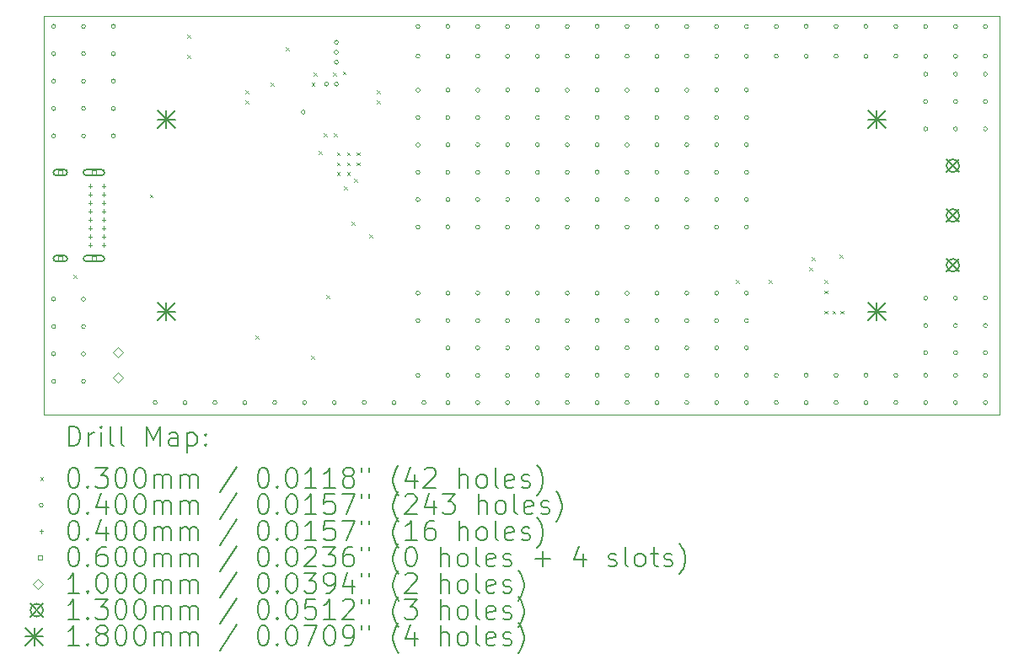
<source format=gbr>
%TF.GenerationSoftware,KiCad,Pcbnew,(6.0.7-1)-1*%
%TF.CreationDate,2023-01-10T14:37:08-05:00*%
%TF.ProjectId,LiIonUtilityBoard,4c69496f-6e55-4746-996c-697479426f61,rev?*%
%TF.SameCoordinates,Original*%
%TF.FileFunction,Drillmap*%
%TF.FilePolarity,Positive*%
%FSLAX45Y45*%
G04 Gerber Fmt 4.5, Leading zero omitted, Abs format (unit mm)*
G04 Created by KiCad (PCBNEW (6.0.7-1)-1) date 2023-01-10 14:37:08*
%MOMM*%
%LPD*%
G01*
G04 APERTURE LIST*
%ADD10C,0.100000*%
%ADD11C,0.200000*%
%ADD12C,0.030000*%
%ADD13C,0.040000*%
%ADD14C,0.060000*%
%ADD15C,0.130000*%
%ADD16C,0.180000*%
G04 APERTURE END LIST*
D10*
X8600000Y-4600000D02*
X18200000Y-4600000D01*
X18200000Y-4600000D02*
X18200000Y-8600000D01*
X18200000Y-8600000D02*
X8600000Y-8600000D01*
X8600000Y-8600000D02*
X8600000Y-4600000D01*
D11*
D12*
X8900400Y-7198600D02*
X8930400Y-7228600D01*
X8930400Y-7198600D02*
X8900400Y-7228600D01*
X9665000Y-6390000D02*
X9695000Y-6420000D01*
X9695000Y-6390000D02*
X9665000Y-6420000D01*
X10043400Y-4785600D02*
X10073400Y-4815600D01*
X10073400Y-4785600D02*
X10043400Y-4815600D01*
X10043400Y-4988800D02*
X10073400Y-5018800D01*
X10073400Y-4988800D02*
X10043400Y-5018800D01*
X10627600Y-5344400D02*
X10657600Y-5374400D01*
X10657600Y-5344400D02*
X10627600Y-5374400D01*
X10627600Y-5446000D02*
X10657600Y-5476000D01*
X10657600Y-5446000D02*
X10627600Y-5476000D01*
X10729200Y-7808200D02*
X10759200Y-7838200D01*
X10759200Y-7808200D02*
X10729200Y-7838200D01*
X10881600Y-5268200D02*
X10911600Y-5298200D01*
X10911600Y-5268200D02*
X10881600Y-5298200D01*
X11034000Y-4912600D02*
X11064000Y-4942600D01*
X11064000Y-4912600D02*
X11034000Y-4942600D01*
X11288000Y-8011400D02*
X11318000Y-8041400D01*
X11318000Y-8011400D02*
X11288000Y-8041400D01*
X11293200Y-5266200D02*
X11323200Y-5296200D01*
X11323200Y-5266200D02*
X11293200Y-5296200D01*
X11313200Y-5165000D02*
X11343200Y-5195000D01*
X11343200Y-5165000D02*
X11313200Y-5195000D01*
X11364200Y-5954000D02*
X11394200Y-5984000D01*
X11394200Y-5954000D02*
X11364200Y-5984000D01*
X11415000Y-5776200D02*
X11445000Y-5806200D01*
X11445000Y-5776200D02*
X11415000Y-5806200D01*
X11440400Y-7401800D02*
X11470400Y-7431800D01*
X11470400Y-7401800D02*
X11440400Y-7431800D01*
X11505000Y-5165000D02*
X11535000Y-5195000D01*
X11535000Y-5165000D02*
X11505000Y-5195000D01*
X11516600Y-5776200D02*
X11546600Y-5806200D01*
X11546600Y-5776200D02*
X11516600Y-5806200D01*
X11545000Y-5965000D02*
X11575000Y-5995000D01*
X11575000Y-5965000D02*
X11545000Y-5995000D01*
X11545000Y-6065000D02*
X11575000Y-6095000D01*
X11575000Y-6065000D02*
X11545000Y-6095000D01*
X11545000Y-6165000D02*
X11575000Y-6195000D01*
X11575000Y-6165000D02*
X11545000Y-6195000D01*
X11603200Y-5151200D02*
X11633200Y-5181200D01*
X11633200Y-5151200D02*
X11603200Y-5181200D01*
X11618200Y-6309600D02*
X11648200Y-6339600D01*
X11648200Y-6309600D02*
X11618200Y-6339600D01*
X11645000Y-5965000D02*
X11675000Y-5995000D01*
X11675000Y-5965000D02*
X11645000Y-5995000D01*
X11645000Y-6065000D02*
X11675000Y-6095000D01*
X11675000Y-6065000D02*
X11645000Y-6095000D01*
X11645000Y-6165000D02*
X11675000Y-6195000D01*
X11675000Y-6165000D02*
X11645000Y-6195000D01*
X11694400Y-6665200D02*
X11724400Y-6695200D01*
X11724400Y-6665200D02*
X11694400Y-6695200D01*
X11719800Y-6233400D02*
X11749800Y-6263400D01*
X11749800Y-6233400D02*
X11719800Y-6263400D01*
X11745000Y-5965000D02*
X11775000Y-5995000D01*
X11775000Y-5965000D02*
X11745000Y-5995000D01*
X11745000Y-6065000D02*
X11775000Y-6095000D01*
X11775000Y-6065000D02*
X11745000Y-6095000D01*
X11872200Y-6792200D02*
X11902200Y-6822200D01*
X11902200Y-6792200D02*
X11872200Y-6822200D01*
X11948600Y-5344400D02*
X11978600Y-5374400D01*
X11978600Y-5344400D02*
X11948600Y-5374400D01*
X11948600Y-5446000D02*
X11978600Y-5476000D01*
X11978600Y-5446000D02*
X11948600Y-5476000D01*
X15555200Y-7249400D02*
X15585200Y-7279400D01*
X15585200Y-7249400D02*
X15555200Y-7279400D01*
X15885400Y-7249400D02*
X15915400Y-7279400D01*
X15915400Y-7249400D02*
X15885400Y-7279400D01*
X16291800Y-7122400D02*
X16321800Y-7152400D01*
X16321800Y-7122400D02*
X16291800Y-7152400D01*
X16317200Y-7020800D02*
X16347200Y-7050800D01*
X16347200Y-7020800D02*
X16317200Y-7050800D01*
X16444200Y-7249400D02*
X16474200Y-7279400D01*
X16474200Y-7249400D02*
X16444200Y-7279400D01*
X16444200Y-7353100D02*
X16474200Y-7383100D01*
X16474200Y-7353100D02*
X16444200Y-7383100D01*
X16445000Y-7556300D02*
X16475000Y-7586300D01*
X16475000Y-7556300D02*
X16445000Y-7586300D01*
X16525000Y-7556300D02*
X16555000Y-7586300D01*
X16555000Y-7556300D02*
X16525000Y-7586300D01*
X16596600Y-6995400D02*
X16626600Y-7025400D01*
X16626600Y-6995400D02*
X16596600Y-7025400D01*
X16605000Y-7556300D02*
X16635000Y-7586300D01*
X16635000Y-7556300D02*
X16605000Y-7586300D01*
D13*
X8720000Y-4700000D02*
G75*
G03*
X8720000Y-4700000I-20000J0D01*
G01*
X8720000Y-4975000D02*
G75*
G03*
X8720000Y-4975000I-20000J0D01*
G01*
X8720000Y-5250000D02*
G75*
G03*
X8720000Y-5250000I-20000J0D01*
G01*
X8720000Y-5525000D02*
G75*
G03*
X8720000Y-5525000I-20000J0D01*
G01*
X8720000Y-5800000D02*
G75*
G03*
X8720000Y-5800000I-20000J0D01*
G01*
X8720000Y-7440000D02*
G75*
G03*
X8720000Y-7440000I-20000J0D01*
G01*
X8720000Y-7715000D02*
G75*
G03*
X8720000Y-7715000I-20000J0D01*
G01*
X8720000Y-7990000D02*
G75*
G03*
X8720000Y-7990000I-20000J0D01*
G01*
X8720000Y-8265000D02*
G75*
G03*
X8720000Y-8265000I-20000J0D01*
G01*
X9020000Y-4700000D02*
G75*
G03*
X9020000Y-4700000I-20000J0D01*
G01*
X9020000Y-4975000D02*
G75*
G03*
X9020000Y-4975000I-20000J0D01*
G01*
X9020000Y-5250000D02*
G75*
G03*
X9020000Y-5250000I-20000J0D01*
G01*
X9020000Y-5525000D02*
G75*
G03*
X9020000Y-5525000I-20000J0D01*
G01*
X9020000Y-5800000D02*
G75*
G03*
X9020000Y-5800000I-20000J0D01*
G01*
X9020000Y-7440000D02*
G75*
G03*
X9020000Y-7440000I-20000J0D01*
G01*
X9020000Y-7715000D02*
G75*
G03*
X9020000Y-7715000I-20000J0D01*
G01*
X9020000Y-7990000D02*
G75*
G03*
X9020000Y-7990000I-20000J0D01*
G01*
X9020000Y-8265000D02*
G75*
G03*
X9020000Y-8265000I-20000J0D01*
G01*
X9320000Y-4700000D02*
G75*
G03*
X9320000Y-4700000I-20000J0D01*
G01*
X9320000Y-4975000D02*
G75*
G03*
X9320000Y-4975000I-20000J0D01*
G01*
X9320000Y-5250000D02*
G75*
G03*
X9320000Y-5250000I-20000J0D01*
G01*
X9320000Y-5525000D02*
G75*
G03*
X9320000Y-5525000I-20000J0D01*
G01*
X9320000Y-5800000D02*
G75*
G03*
X9320000Y-5800000I-20000J0D01*
G01*
X9740000Y-8480000D02*
G75*
G03*
X9740000Y-8480000I-20000J0D01*
G01*
X10040000Y-8480000D02*
G75*
G03*
X10040000Y-8480000I-20000J0D01*
G01*
X10340000Y-8480000D02*
G75*
G03*
X10340000Y-8480000I-20000J0D01*
G01*
X10640000Y-8480000D02*
G75*
G03*
X10640000Y-8480000I-20000J0D01*
G01*
X10940000Y-8480000D02*
G75*
G03*
X10940000Y-8480000I-20000J0D01*
G01*
X11227093Y-5561239D02*
G75*
G03*
X11227093Y-5561239I-20000J0D01*
G01*
X11240000Y-8480000D02*
G75*
G03*
X11240000Y-8480000I-20000J0D01*
G01*
X11460000Y-5280000D02*
G75*
G03*
X11460000Y-5280000I-20000J0D01*
G01*
X11540000Y-8480000D02*
G75*
G03*
X11540000Y-8480000I-20000J0D01*
G01*
X11560000Y-4860000D02*
G75*
G03*
X11560000Y-4860000I-20000J0D01*
G01*
X11560000Y-4960000D02*
G75*
G03*
X11560000Y-4960000I-20000J0D01*
G01*
X11560000Y-5060000D02*
G75*
G03*
X11560000Y-5060000I-20000J0D01*
G01*
X11560000Y-5280000D02*
G75*
G03*
X11560000Y-5280000I-20000J0D01*
G01*
X11840000Y-8480000D02*
G75*
G03*
X11840000Y-8480000I-20000J0D01*
G01*
X12140000Y-8480000D02*
G75*
G03*
X12140000Y-8480000I-20000J0D01*
G01*
X12380000Y-4700000D02*
G75*
G03*
X12380000Y-4700000I-20000J0D01*
G01*
X12380000Y-5000000D02*
G75*
G03*
X12380000Y-5000000I-20000J0D01*
G01*
X12380000Y-5340000D02*
G75*
G03*
X12380000Y-5340000I-20000J0D01*
G01*
X12380000Y-5615000D02*
G75*
G03*
X12380000Y-5615000I-20000J0D01*
G01*
X12380000Y-5890000D02*
G75*
G03*
X12380000Y-5890000I-20000J0D01*
G01*
X12380000Y-6165000D02*
G75*
G03*
X12380000Y-6165000I-20000J0D01*
G01*
X12380000Y-6440000D02*
G75*
G03*
X12380000Y-6440000I-20000J0D01*
G01*
X12380000Y-6715000D02*
G75*
G03*
X12380000Y-6715000I-20000J0D01*
G01*
X12380000Y-7380000D02*
G75*
G03*
X12380000Y-7380000I-20000J0D01*
G01*
X12380000Y-7655000D02*
G75*
G03*
X12380000Y-7655000I-20000J0D01*
G01*
X12380000Y-8205000D02*
G75*
G03*
X12380000Y-8205000I-20000J0D01*
G01*
X12440000Y-8480000D02*
G75*
G03*
X12440000Y-8480000I-20000J0D01*
G01*
X12680000Y-4700000D02*
G75*
G03*
X12680000Y-4700000I-20000J0D01*
G01*
X12680000Y-5000000D02*
G75*
G03*
X12680000Y-5000000I-20000J0D01*
G01*
X12680000Y-5340000D02*
G75*
G03*
X12680000Y-5340000I-20000J0D01*
G01*
X12680000Y-5615000D02*
G75*
G03*
X12680000Y-5615000I-20000J0D01*
G01*
X12680000Y-5890000D02*
G75*
G03*
X12680000Y-5890000I-20000J0D01*
G01*
X12680000Y-6165000D02*
G75*
G03*
X12680000Y-6165000I-20000J0D01*
G01*
X12680000Y-6440000D02*
G75*
G03*
X12680000Y-6440000I-20000J0D01*
G01*
X12680000Y-6715000D02*
G75*
G03*
X12680000Y-6715000I-20000J0D01*
G01*
X12680000Y-7380000D02*
G75*
G03*
X12680000Y-7380000I-20000J0D01*
G01*
X12680000Y-7655000D02*
G75*
G03*
X12680000Y-7655000I-20000J0D01*
G01*
X12680000Y-7930000D02*
G75*
G03*
X12680000Y-7930000I-20000J0D01*
G01*
X12680000Y-8205000D02*
G75*
G03*
X12680000Y-8205000I-20000J0D01*
G01*
X12680000Y-8480000D02*
G75*
G03*
X12680000Y-8480000I-20000J0D01*
G01*
X12980000Y-4700000D02*
G75*
G03*
X12980000Y-4700000I-20000J0D01*
G01*
X12980000Y-5000000D02*
G75*
G03*
X12980000Y-5000000I-20000J0D01*
G01*
X12980000Y-5340000D02*
G75*
G03*
X12980000Y-5340000I-20000J0D01*
G01*
X12980000Y-5615000D02*
G75*
G03*
X12980000Y-5615000I-20000J0D01*
G01*
X12980000Y-5890000D02*
G75*
G03*
X12980000Y-5890000I-20000J0D01*
G01*
X12980000Y-6165000D02*
G75*
G03*
X12980000Y-6165000I-20000J0D01*
G01*
X12980000Y-6440000D02*
G75*
G03*
X12980000Y-6440000I-20000J0D01*
G01*
X12980000Y-6715000D02*
G75*
G03*
X12980000Y-6715000I-20000J0D01*
G01*
X12980000Y-7380000D02*
G75*
G03*
X12980000Y-7380000I-20000J0D01*
G01*
X12980000Y-7655000D02*
G75*
G03*
X12980000Y-7655000I-20000J0D01*
G01*
X12980000Y-7930000D02*
G75*
G03*
X12980000Y-7930000I-20000J0D01*
G01*
X12980000Y-8205000D02*
G75*
G03*
X12980000Y-8205000I-20000J0D01*
G01*
X12980000Y-8480000D02*
G75*
G03*
X12980000Y-8480000I-20000J0D01*
G01*
X13280000Y-4700000D02*
G75*
G03*
X13280000Y-4700000I-20000J0D01*
G01*
X13280000Y-5000000D02*
G75*
G03*
X13280000Y-5000000I-20000J0D01*
G01*
X13280000Y-5340000D02*
G75*
G03*
X13280000Y-5340000I-20000J0D01*
G01*
X13280000Y-5615000D02*
G75*
G03*
X13280000Y-5615000I-20000J0D01*
G01*
X13280000Y-5890000D02*
G75*
G03*
X13280000Y-5890000I-20000J0D01*
G01*
X13280000Y-6165000D02*
G75*
G03*
X13280000Y-6165000I-20000J0D01*
G01*
X13280000Y-6440000D02*
G75*
G03*
X13280000Y-6440000I-20000J0D01*
G01*
X13280000Y-6715000D02*
G75*
G03*
X13280000Y-6715000I-20000J0D01*
G01*
X13280000Y-7380000D02*
G75*
G03*
X13280000Y-7380000I-20000J0D01*
G01*
X13280000Y-7655000D02*
G75*
G03*
X13280000Y-7655000I-20000J0D01*
G01*
X13280000Y-7930000D02*
G75*
G03*
X13280000Y-7930000I-20000J0D01*
G01*
X13280000Y-8205000D02*
G75*
G03*
X13280000Y-8205000I-20000J0D01*
G01*
X13280000Y-8480000D02*
G75*
G03*
X13280000Y-8480000I-20000J0D01*
G01*
X13580000Y-4700000D02*
G75*
G03*
X13580000Y-4700000I-20000J0D01*
G01*
X13580000Y-5000000D02*
G75*
G03*
X13580000Y-5000000I-20000J0D01*
G01*
X13580000Y-5340000D02*
G75*
G03*
X13580000Y-5340000I-20000J0D01*
G01*
X13580000Y-5615000D02*
G75*
G03*
X13580000Y-5615000I-20000J0D01*
G01*
X13580000Y-5890000D02*
G75*
G03*
X13580000Y-5890000I-20000J0D01*
G01*
X13580000Y-6165000D02*
G75*
G03*
X13580000Y-6165000I-20000J0D01*
G01*
X13580000Y-6440000D02*
G75*
G03*
X13580000Y-6440000I-20000J0D01*
G01*
X13580000Y-6715000D02*
G75*
G03*
X13580000Y-6715000I-20000J0D01*
G01*
X13580000Y-7380000D02*
G75*
G03*
X13580000Y-7380000I-20000J0D01*
G01*
X13580000Y-7655000D02*
G75*
G03*
X13580000Y-7655000I-20000J0D01*
G01*
X13580000Y-7930000D02*
G75*
G03*
X13580000Y-7930000I-20000J0D01*
G01*
X13580000Y-8205000D02*
G75*
G03*
X13580000Y-8205000I-20000J0D01*
G01*
X13580000Y-8480000D02*
G75*
G03*
X13580000Y-8480000I-20000J0D01*
G01*
X13880000Y-4700000D02*
G75*
G03*
X13880000Y-4700000I-20000J0D01*
G01*
X13880000Y-5000000D02*
G75*
G03*
X13880000Y-5000000I-20000J0D01*
G01*
X13880000Y-5340000D02*
G75*
G03*
X13880000Y-5340000I-20000J0D01*
G01*
X13880000Y-5615000D02*
G75*
G03*
X13880000Y-5615000I-20000J0D01*
G01*
X13880000Y-5890000D02*
G75*
G03*
X13880000Y-5890000I-20000J0D01*
G01*
X13880000Y-6165000D02*
G75*
G03*
X13880000Y-6165000I-20000J0D01*
G01*
X13880000Y-6440000D02*
G75*
G03*
X13880000Y-6440000I-20000J0D01*
G01*
X13880000Y-6715000D02*
G75*
G03*
X13880000Y-6715000I-20000J0D01*
G01*
X13880000Y-7380000D02*
G75*
G03*
X13880000Y-7380000I-20000J0D01*
G01*
X13880000Y-7655000D02*
G75*
G03*
X13880000Y-7655000I-20000J0D01*
G01*
X13880000Y-7930000D02*
G75*
G03*
X13880000Y-7930000I-20000J0D01*
G01*
X13880000Y-8205000D02*
G75*
G03*
X13880000Y-8205000I-20000J0D01*
G01*
X13880000Y-8480000D02*
G75*
G03*
X13880000Y-8480000I-20000J0D01*
G01*
X14180000Y-4700000D02*
G75*
G03*
X14180000Y-4700000I-20000J0D01*
G01*
X14180000Y-5000000D02*
G75*
G03*
X14180000Y-5000000I-20000J0D01*
G01*
X14180000Y-5340000D02*
G75*
G03*
X14180000Y-5340000I-20000J0D01*
G01*
X14180000Y-5615000D02*
G75*
G03*
X14180000Y-5615000I-20000J0D01*
G01*
X14180000Y-5890000D02*
G75*
G03*
X14180000Y-5890000I-20000J0D01*
G01*
X14180000Y-6165000D02*
G75*
G03*
X14180000Y-6165000I-20000J0D01*
G01*
X14180000Y-6440000D02*
G75*
G03*
X14180000Y-6440000I-20000J0D01*
G01*
X14180000Y-6715000D02*
G75*
G03*
X14180000Y-6715000I-20000J0D01*
G01*
X14180000Y-7380000D02*
G75*
G03*
X14180000Y-7380000I-20000J0D01*
G01*
X14180000Y-7655000D02*
G75*
G03*
X14180000Y-7655000I-20000J0D01*
G01*
X14180000Y-7930000D02*
G75*
G03*
X14180000Y-7930000I-20000J0D01*
G01*
X14180000Y-8205000D02*
G75*
G03*
X14180000Y-8205000I-20000J0D01*
G01*
X14180000Y-8480000D02*
G75*
G03*
X14180000Y-8480000I-20000J0D01*
G01*
X14480000Y-4700000D02*
G75*
G03*
X14480000Y-4700000I-20000J0D01*
G01*
X14480000Y-5000000D02*
G75*
G03*
X14480000Y-5000000I-20000J0D01*
G01*
X14480000Y-5340000D02*
G75*
G03*
X14480000Y-5340000I-20000J0D01*
G01*
X14480000Y-5615000D02*
G75*
G03*
X14480000Y-5615000I-20000J0D01*
G01*
X14480000Y-5890000D02*
G75*
G03*
X14480000Y-5890000I-20000J0D01*
G01*
X14480000Y-6165000D02*
G75*
G03*
X14480000Y-6165000I-20000J0D01*
G01*
X14480000Y-6440000D02*
G75*
G03*
X14480000Y-6440000I-20000J0D01*
G01*
X14480000Y-6715000D02*
G75*
G03*
X14480000Y-6715000I-20000J0D01*
G01*
X14480000Y-7380000D02*
G75*
G03*
X14480000Y-7380000I-20000J0D01*
G01*
X14480000Y-7655000D02*
G75*
G03*
X14480000Y-7655000I-20000J0D01*
G01*
X14480000Y-7930000D02*
G75*
G03*
X14480000Y-7930000I-20000J0D01*
G01*
X14480000Y-8205000D02*
G75*
G03*
X14480000Y-8205000I-20000J0D01*
G01*
X14480000Y-8480000D02*
G75*
G03*
X14480000Y-8480000I-20000J0D01*
G01*
X14780000Y-4700000D02*
G75*
G03*
X14780000Y-4700000I-20000J0D01*
G01*
X14780000Y-5000000D02*
G75*
G03*
X14780000Y-5000000I-20000J0D01*
G01*
X14780000Y-5340000D02*
G75*
G03*
X14780000Y-5340000I-20000J0D01*
G01*
X14780000Y-5615000D02*
G75*
G03*
X14780000Y-5615000I-20000J0D01*
G01*
X14780000Y-5890000D02*
G75*
G03*
X14780000Y-5890000I-20000J0D01*
G01*
X14780000Y-6165000D02*
G75*
G03*
X14780000Y-6165000I-20000J0D01*
G01*
X14780000Y-6440000D02*
G75*
G03*
X14780000Y-6440000I-20000J0D01*
G01*
X14780000Y-6715000D02*
G75*
G03*
X14780000Y-6715000I-20000J0D01*
G01*
X14780000Y-7380000D02*
G75*
G03*
X14780000Y-7380000I-20000J0D01*
G01*
X14780000Y-7655000D02*
G75*
G03*
X14780000Y-7655000I-20000J0D01*
G01*
X14780000Y-7930000D02*
G75*
G03*
X14780000Y-7930000I-20000J0D01*
G01*
X14780000Y-8205000D02*
G75*
G03*
X14780000Y-8205000I-20000J0D01*
G01*
X14780000Y-8480000D02*
G75*
G03*
X14780000Y-8480000I-20000J0D01*
G01*
X15080000Y-4700000D02*
G75*
G03*
X15080000Y-4700000I-20000J0D01*
G01*
X15080000Y-5000000D02*
G75*
G03*
X15080000Y-5000000I-20000J0D01*
G01*
X15080000Y-5340000D02*
G75*
G03*
X15080000Y-5340000I-20000J0D01*
G01*
X15080000Y-5615000D02*
G75*
G03*
X15080000Y-5615000I-20000J0D01*
G01*
X15080000Y-5890000D02*
G75*
G03*
X15080000Y-5890000I-20000J0D01*
G01*
X15080000Y-6165000D02*
G75*
G03*
X15080000Y-6165000I-20000J0D01*
G01*
X15080000Y-6440000D02*
G75*
G03*
X15080000Y-6440000I-20000J0D01*
G01*
X15080000Y-6715000D02*
G75*
G03*
X15080000Y-6715000I-20000J0D01*
G01*
X15080000Y-7380000D02*
G75*
G03*
X15080000Y-7380000I-20000J0D01*
G01*
X15080000Y-7655000D02*
G75*
G03*
X15080000Y-7655000I-20000J0D01*
G01*
X15080000Y-7930000D02*
G75*
G03*
X15080000Y-7930000I-20000J0D01*
G01*
X15080000Y-8205000D02*
G75*
G03*
X15080000Y-8205000I-20000J0D01*
G01*
X15080000Y-8480000D02*
G75*
G03*
X15080000Y-8480000I-20000J0D01*
G01*
X15380000Y-4700000D02*
G75*
G03*
X15380000Y-4700000I-20000J0D01*
G01*
X15380000Y-5000000D02*
G75*
G03*
X15380000Y-5000000I-20000J0D01*
G01*
X15380000Y-5340000D02*
G75*
G03*
X15380000Y-5340000I-20000J0D01*
G01*
X15380000Y-5615000D02*
G75*
G03*
X15380000Y-5615000I-20000J0D01*
G01*
X15380000Y-5890000D02*
G75*
G03*
X15380000Y-5890000I-20000J0D01*
G01*
X15380000Y-6165000D02*
G75*
G03*
X15380000Y-6165000I-20000J0D01*
G01*
X15380000Y-6440000D02*
G75*
G03*
X15380000Y-6440000I-20000J0D01*
G01*
X15380000Y-6715000D02*
G75*
G03*
X15380000Y-6715000I-20000J0D01*
G01*
X15380000Y-7380000D02*
G75*
G03*
X15380000Y-7380000I-20000J0D01*
G01*
X15380000Y-7655000D02*
G75*
G03*
X15380000Y-7655000I-20000J0D01*
G01*
X15380000Y-7930000D02*
G75*
G03*
X15380000Y-7930000I-20000J0D01*
G01*
X15380000Y-8205000D02*
G75*
G03*
X15380000Y-8205000I-20000J0D01*
G01*
X15380000Y-8480000D02*
G75*
G03*
X15380000Y-8480000I-20000J0D01*
G01*
X15680000Y-4700000D02*
G75*
G03*
X15680000Y-4700000I-20000J0D01*
G01*
X15680000Y-5000000D02*
G75*
G03*
X15680000Y-5000000I-20000J0D01*
G01*
X15680000Y-5340000D02*
G75*
G03*
X15680000Y-5340000I-20000J0D01*
G01*
X15680000Y-5615000D02*
G75*
G03*
X15680000Y-5615000I-20000J0D01*
G01*
X15680000Y-5890000D02*
G75*
G03*
X15680000Y-5890000I-20000J0D01*
G01*
X15680000Y-6165000D02*
G75*
G03*
X15680000Y-6165000I-20000J0D01*
G01*
X15680000Y-6440000D02*
G75*
G03*
X15680000Y-6440000I-20000J0D01*
G01*
X15680000Y-6715000D02*
G75*
G03*
X15680000Y-6715000I-20000J0D01*
G01*
X15680000Y-7380000D02*
G75*
G03*
X15680000Y-7380000I-20000J0D01*
G01*
X15680000Y-7655000D02*
G75*
G03*
X15680000Y-7655000I-20000J0D01*
G01*
X15680000Y-7930000D02*
G75*
G03*
X15680000Y-7930000I-20000J0D01*
G01*
X15680000Y-8205000D02*
G75*
G03*
X15680000Y-8205000I-20000J0D01*
G01*
X15680000Y-8480000D02*
G75*
G03*
X15680000Y-8480000I-20000J0D01*
G01*
X15980000Y-4700000D02*
G75*
G03*
X15980000Y-4700000I-20000J0D01*
G01*
X15980000Y-5000000D02*
G75*
G03*
X15980000Y-5000000I-20000J0D01*
G01*
X15980000Y-8205000D02*
G75*
G03*
X15980000Y-8205000I-20000J0D01*
G01*
X15980000Y-8480000D02*
G75*
G03*
X15980000Y-8480000I-20000J0D01*
G01*
X16280000Y-4700000D02*
G75*
G03*
X16280000Y-4700000I-20000J0D01*
G01*
X16280000Y-5000000D02*
G75*
G03*
X16280000Y-5000000I-20000J0D01*
G01*
X16280000Y-8205000D02*
G75*
G03*
X16280000Y-8205000I-20000J0D01*
G01*
X16280000Y-8480000D02*
G75*
G03*
X16280000Y-8480000I-20000J0D01*
G01*
X16580000Y-4700000D02*
G75*
G03*
X16580000Y-4700000I-20000J0D01*
G01*
X16580000Y-5000000D02*
G75*
G03*
X16580000Y-5000000I-20000J0D01*
G01*
X16580000Y-8205000D02*
G75*
G03*
X16580000Y-8205000I-20000J0D01*
G01*
X16580000Y-8480000D02*
G75*
G03*
X16580000Y-8480000I-20000J0D01*
G01*
X16880000Y-4700000D02*
G75*
G03*
X16880000Y-4700000I-20000J0D01*
G01*
X16880000Y-5000000D02*
G75*
G03*
X16880000Y-5000000I-20000J0D01*
G01*
X16880000Y-8205000D02*
G75*
G03*
X16880000Y-8205000I-20000J0D01*
G01*
X16880000Y-8480000D02*
G75*
G03*
X16880000Y-8480000I-20000J0D01*
G01*
X17180000Y-4700000D02*
G75*
G03*
X17180000Y-4700000I-20000J0D01*
G01*
X17180000Y-5000000D02*
G75*
G03*
X17180000Y-5000000I-20000J0D01*
G01*
X17180000Y-8205000D02*
G75*
G03*
X17180000Y-8205000I-20000J0D01*
G01*
X17180000Y-8480000D02*
G75*
G03*
X17180000Y-8480000I-20000J0D01*
G01*
X17480000Y-4700000D02*
G75*
G03*
X17480000Y-4700000I-20000J0D01*
G01*
X17480000Y-5000000D02*
G75*
G03*
X17480000Y-5000000I-20000J0D01*
G01*
X17480000Y-5180000D02*
G75*
G03*
X17480000Y-5180000I-20000J0D01*
G01*
X17480000Y-5455000D02*
G75*
G03*
X17480000Y-5455000I-20000J0D01*
G01*
X17480000Y-5730000D02*
G75*
G03*
X17480000Y-5730000I-20000J0D01*
G01*
X17480000Y-7430000D02*
G75*
G03*
X17480000Y-7430000I-20000J0D01*
G01*
X17480000Y-7705000D02*
G75*
G03*
X17480000Y-7705000I-20000J0D01*
G01*
X17480000Y-7980000D02*
G75*
G03*
X17480000Y-7980000I-20000J0D01*
G01*
X17480000Y-8205000D02*
G75*
G03*
X17480000Y-8205000I-20000J0D01*
G01*
X17480000Y-8480000D02*
G75*
G03*
X17480000Y-8480000I-20000J0D01*
G01*
X17780000Y-4700000D02*
G75*
G03*
X17780000Y-4700000I-20000J0D01*
G01*
X17780000Y-5000000D02*
G75*
G03*
X17780000Y-5000000I-20000J0D01*
G01*
X17780000Y-5180000D02*
G75*
G03*
X17780000Y-5180000I-20000J0D01*
G01*
X17780000Y-5455000D02*
G75*
G03*
X17780000Y-5455000I-20000J0D01*
G01*
X17780000Y-5730000D02*
G75*
G03*
X17780000Y-5730000I-20000J0D01*
G01*
X17780000Y-7430000D02*
G75*
G03*
X17780000Y-7430000I-20000J0D01*
G01*
X17780000Y-7705000D02*
G75*
G03*
X17780000Y-7705000I-20000J0D01*
G01*
X17780000Y-7980000D02*
G75*
G03*
X17780000Y-7980000I-20000J0D01*
G01*
X17780000Y-8205000D02*
G75*
G03*
X17780000Y-8205000I-20000J0D01*
G01*
X17780000Y-8480000D02*
G75*
G03*
X17780000Y-8480000I-20000J0D01*
G01*
X18080000Y-4700000D02*
G75*
G03*
X18080000Y-4700000I-20000J0D01*
G01*
X18080000Y-5000000D02*
G75*
G03*
X18080000Y-5000000I-20000J0D01*
G01*
X18080000Y-5180000D02*
G75*
G03*
X18080000Y-5180000I-20000J0D01*
G01*
X18080000Y-5455000D02*
G75*
G03*
X18080000Y-5455000I-20000J0D01*
G01*
X18080000Y-5730000D02*
G75*
G03*
X18080000Y-5730000I-20000J0D01*
G01*
X18080000Y-7430000D02*
G75*
G03*
X18080000Y-7430000I-20000J0D01*
G01*
X18080000Y-7705000D02*
G75*
G03*
X18080000Y-7705000I-20000J0D01*
G01*
X18080000Y-7980000D02*
G75*
G03*
X18080000Y-7980000I-20000J0D01*
G01*
X18080000Y-8205000D02*
G75*
G03*
X18080000Y-8205000I-20000J0D01*
G01*
X18080000Y-8480000D02*
G75*
G03*
X18080000Y-8480000I-20000J0D01*
G01*
X9067500Y-6282500D02*
X9067500Y-6322500D01*
X9047500Y-6302500D02*
X9087500Y-6302500D01*
X9067500Y-6367500D02*
X9067500Y-6407500D01*
X9047500Y-6387500D02*
X9087500Y-6387500D01*
X9067500Y-6452500D02*
X9067500Y-6492500D01*
X9047500Y-6472500D02*
X9087500Y-6472500D01*
X9067500Y-6537500D02*
X9067500Y-6577500D01*
X9047500Y-6557500D02*
X9087500Y-6557500D01*
X9067500Y-6622500D02*
X9067500Y-6662500D01*
X9047500Y-6642500D02*
X9087500Y-6642500D01*
X9067500Y-6707500D02*
X9067500Y-6747500D01*
X9047500Y-6727500D02*
X9087500Y-6727500D01*
X9067500Y-6792500D02*
X9067500Y-6832500D01*
X9047500Y-6812500D02*
X9087500Y-6812500D01*
X9067500Y-6877500D02*
X9067500Y-6917500D01*
X9047500Y-6897500D02*
X9087500Y-6897500D01*
X9202500Y-6282500D02*
X9202500Y-6322500D01*
X9182500Y-6302500D02*
X9222500Y-6302500D01*
X9202500Y-6367500D02*
X9202500Y-6407500D01*
X9182500Y-6387500D02*
X9222500Y-6387500D01*
X9202500Y-6452500D02*
X9202500Y-6492500D01*
X9182500Y-6472500D02*
X9222500Y-6472500D01*
X9202500Y-6537500D02*
X9202500Y-6577500D01*
X9182500Y-6557500D02*
X9222500Y-6557500D01*
X9202500Y-6622500D02*
X9202500Y-6662500D01*
X9182500Y-6642500D02*
X9222500Y-6642500D01*
X9202500Y-6707500D02*
X9202500Y-6747500D01*
X9182500Y-6727500D02*
X9222500Y-6727500D01*
X9202500Y-6792500D02*
X9202500Y-6832500D01*
X9182500Y-6812500D02*
X9222500Y-6812500D01*
X9202500Y-6877500D02*
X9202500Y-6917500D01*
X9182500Y-6897500D02*
X9222500Y-6897500D01*
D14*
X8787713Y-6188713D02*
X8787713Y-6146287D01*
X8745287Y-6146287D01*
X8745287Y-6188713D01*
X8787713Y-6188713D01*
D11*
X8806500Y-6137500D02*
X8726500Y-6137500D01*
X8806500Y-6197500D02*
X8726500Y-6197500D01*
X8726500Y-6137500D02*
G75*
G03*
X8726500Y-6197500I0J-30000D01*
G01*
X8806500Y-6197500D02*
G75*
G03*
X8806500Y-6137500I0J30000D01*
G01*
D14*
X8787713Y-7053713D02*
X8787713Y-7011287D01*
X8745287Y-7011287D01*
X8745287Y-7053713D01*
X8787713Y-7053713D01*
D11*
X8806500Y-7002500D02*
X8726500Y-7002500D01*
X8806500Y-7062500D02*
X8726500Y-7062500D01*
X8726500Y-7002500D02*
G75*
G03*
X8726500Y-7062500I0J-30000D01*
G01*
X8806500Y-7062500D02*
G75*
G03*
X8806500Y-7002500I0J30000D01*
G01*
D14*
X9125713Y-6188713D02*
X9125713Y-6146287D01*
X9083287Y-6146287D01*
X9083287Y-6188713D01*
X9125713Y-6188713D01*
D11*
X9179500Y-6137500D02*
X9029500Y-6137500D01*
X9179500Y-6197500D02*
X9029500Y-6197500D01*
X9029500Y-6137500D02*
G75*
G03*
X9029500Y-6197500I0J-30000D01*
G01*
X9179500Y-6197500D02*
G75*
G03*
X9179500Y-6137500I0J30000D01*
G01*
D14*
X9125713Y-7053713D02*
X9125713Y-7011287D01*
X9083287Y-7011287D01*
X9083287Y-7053713D01*
X9125713Y-7053713D01*
D11*
X9179500Y-7002500D02*
X9029500Y-7002500D01*
X9179500Y-7062500D02*
X9029500Y-7062500D01*
X9029500Y-7002500D02*
G75*
G03*
X9029500Y-7062500I0J-30000D01*
G01*
X9179500Y-7062500D02*
G75*
G03*
X9179500Y-7002500I0J30000D01*
G01*
D10*
X9347200Y-8026100D02*
X9397200Y-7976100D01*
X9347200Y-7926100D01*
X9297200Y-7976100D01*
X9347200Y-8026100D01*
X9347200Y-8280100D02*
X9397200Y-8230100D01*
X9347200Y-8180100D01*
X9297200Y-8230100D01*
X9347200Y-8280100D01*
D15*
X17668750Y-6035000D02*
X17798750Y-6165000D01*
X17798750Y-6035000D02*
X17668750Y-6165000D01*
X17798750Y-6100000D02*
G75*
G03*
X17798750Y-6100000I-65000J0D01*
G01*
X17668750Y-6535000D02*
X17798750Y-6665000D01*
X17798750Y-6535000D02*
X17668750Y-6665000D01*
X17798750Y-6600000D02*
G75*
G03*
X17798750Y-6600000I-65000J0D01*
G01*
X17668750Y-7035000D02*
X17798750Y-7165000D01*
X17798750Y-7035000D02*
X17668750Y-7165000D01*
X17798750Y-7100000D02*
G75*
G03*
X17798750Y-7100000I-65000J0D01*
G01*
D16*
X9740000Y-5545000D02*
X9920000Y-5725000D01*
X9920000Y-5545000D02*
X9740000Y-5725000D01*
X9830000Y-5545000D02*
X9830000Y-5725000D01*
X9740000Y-5635000D02*
X9920000Y-5635000D01*
X9740000Y-7475000D02*
X9920000Y-7655000D01*
X9920000Y-7475000D02*
X9740000Y-7655000D01*
X9830000Y-7475000D02*
X9830000Y-7655000D01*
X9740000Y-7565000D02*
X9920000Y-7565000D01*
X16880000Y-5545000D02*
X17060000Y-5725000D01*
X17060000Y-5545000D02*
X16880000Y-5725000D01*
X16970000Y-5545000D02*
X16970000Y-5725000D01*
X16880000Y-5635000D02*
X17060000Y-5635000D01*
X16880000Y-7475000D02*
X17060000Y-7655000D01*
X17060000Y-7475000D02*
X16880000Y-7655000D01*
X16970000Y-7475000D02*
X16970000Y-7655000D01*
X16880000Y-7565000D02*
X17060000Y-7565000D01*
D11*
X8852619Y-8915476D02*
X8852619Y-8715476D01*
X8900238Y-8715476D01*
X8928810Y-8725000D01*
X8947857Y-8744048D01*
X8957381Y-8763095D01*
X8966905Y-8801190D01*
X8966905Y-8829762D01*
X8957381Y-8867857D01*
X8947857Y-8886905D01*
X8928810Y-8905952D01*
X8900238Y-8915476D01*
X8852619Y-8915476D01*
X9052619Y-8915476D02*
X9052619Y-8782143D01*
X9052619Y-8820238D02*
X9062143Y-8801190D01*
X9071667Y-8791667D01*
X9090714Y-8782143D01*
X9109762Y-8782143D01*
X9176429Y-8915476D02*
X9176429Y-8782143D01*
X9176429Y-8715476D02*
X9166905Y-8725000D01*
X9176429Y-8734524D01*
X9185952Y-8725000D01*
X9176429Y-8715476D01*
X9176429Y-8734524D01*
X9300238Y-8915476D02*
X9281190Y-8905952D01*
X9271667Y-8886905D01*
X9271667Y-8715476D01*
X9405000Y-8915476D02*
X9385952Y-8905952D01*
X9376429Y-8886905D01*
X9376429Y-8715476D01*
X9633571Y-8915476D02*
X9633571Y-8715476D01*
X9700238Y-8858333D01*
X9766905Y-8715476D01*
X9766905Y-8915476D01*
X9947857Y-8915476D02*
X9947857Y-8810714D01*
X9938333Y-8791667D01*
X9919286Y-8782143D01*
X9881190Y-8782143D01*
X9862143Y-8791667D01*
X9947857Y-8905952D02*
X9928810Y-8915476D01*
X9881190Y-8915476D01*
X9862143Y-8905952D01*
X9852619Y-8886905D01*
X9852619Y-8867857D01*
X9862143Y-8848810D01*
X9881190Y-8839286D01*
X9928810Y-8839286D01*
X9947857Y-8829762D01*
X10043095Y-8782143D02*
X10043095Y-8982143D01*
X10043095Y-8791667D02*
X10062143Y-8782143D01*
X10100238Y-8782143D01*
X10119286Y-8791667D01*
X10128810Y-8801190D01*
X10138333Y-8820238D01*
X10138333Y-8877381D01*
X10128810Y-8896429D01*
X10119286Y-8905952D01*
X10100238Y-8915476D01*
X10062143Y-8915476D01*
X10043095Y-8905952D01*
X10224048Y-8896429D02*
X10233571Y-8905952D01*
X10224048Y-8915476D01*
X10214524Y-8905952D01*
X10224048Y-8896429D01*
X10224048Y-8915476D01*
X10224048Y-8791667D02*
X10233571Y-8801190D01*
X10224048Y-8810714D01*
X10214524Y-8801190D01*
X10224048Y-8791667D01*
X10224048Y-8810714D01*
D12*
X8565000Y-9230000D02*
X8595000Y-9260000D01*
X8595000Y-9230000D02*
X8565000Y-9260000D01*
D11*
X8890714Y-9135476D02*
X8909762Y-9135476D01*
X8928810Y-9145000D01*
X8938333Y-9154524D01*
X8947857Y-9173571D01*
X8957381Y-9211667D01*
X8957381Y-9259286D01*
X8947857Y-9297381D01*
X8938333Y-9316429D01*
X8928810Y-9325952D01*
X8909762Y-9335476D01*
X8890714Y-9335476D01*
X8871667Y-9325952D01*
X8862143Y-9316429D01*
X8852619Y-9297381D01*
X8843095Y-9259286D01*
X8843095Y-9211667D01*
X8852619Y-9173571D01*
X8862143Y-9154524D01*
X8871667Y-9145000D01*
X8890714Y-9135476D01*
X9043095Y-9316429D02*
X9052619Y-9325952D01*
X9043095Y-9335476D01*
X9033571Y-9325952D01*
X9043095Y-9316429D01*
X9043095Y-9335476D01*
X9119286Y-9135476D02*
X9243095Y-9135476D01*
X9176429Y-9211667D01*
X9205000Y-9211667D01*
X9224048Y-9221190D01*
X9233571Y-9230714D01*
X9243095Y-9249762D01*
X9243095Y-9297381D01*
X9233571Y-9316429D01*
X9224048Y-9325952D01*
X9205000Y-9335476D01*
X9147857Y-9335476D01*
X9128810Y-9325952D01*
X9119286Y-9316429D01*
X9366905Y-9135476D02*
X9385952Y-9135476D01*
X9405000Y-9145000D01*
X9414524Y-9154524D01*
X9424048Y-9173571D01*
X9433571Y-9211667D01*
X9433571Y-9259286D01*
X9424048Y-9297381D01*
X9414524Y-9316429D01*
X9405000Y-9325952D01*
X9385952Y-9335476D01*
X9366905Y-9335476D01*
X9347857Y-9325952D01*
X9338333Y-9316429D01*
X9328810Y-9297381D01*
X9319286Y-9259286D01*
X9319286Y-9211667D01*
X9328810Y-9173571D01*
X9338333Y-9154524D01*
X9347857Y-9145000D01*
X9366905Y-9135476D01*
X9557381Y-9135476D02*
X9576429Y-9135476D01*
X9595476Y-9145000D01*
X9605000Y-9154524D01*
X9614524Y-9173571D01*
X9624048Y-9211667D01*
X9624048Y-9259286D01*
X9614524Y-9297381D01*
X9605000Y-9316429D01*
X9595476Y-9325952D01*
X9576429Y-9335476D01*
X9557381Y-9335476D01*
X9538333Y-9325952D01*
X9528810Y-9316429D01*
X9519286Y-9297381D01*
X9509762Y-9259286D01*
X9509762Y-9211667D01*
X9519286Y-9173571D01*
X9528810Y-9154524D01*
X9538333Y-9145000D01*
X9557381Y-9135476D01*
X9709762Y-9335476D02*
X9709762Y-9202143D01*
X9709762Y-9221190D02*
X9719286Y-9211667D01*
X9738333Y-9202143D01*
X9766905Y-9202143D01*
X9785952Y-9211667D01*
X9795476Y-9230714D01*
X9795476Y-9335476D01*
X9795476Y-9230714D02*
X9805000Y-9211667D01*
X9824048Y-9202143D01*
X9852619Y-9202143D01*
X9871667Y-9211667D01*
X9881190Y-9230714D01*
X9881190Y-9335476D01*
X9976429Y-9335476D02*
X9976429Y-9202143D01*
X9976429Y-9221190D02*
X9985952Y-9211667D01*
X10005000Y-9202143D01*
X10033571Y-9202143D01*
X10052619Y-9211667D01*
X10062143Y-9230714D01*
X10062143Y-9335476D01*
X10062143Y-9230714D02*
X10071667Y-9211667D01*
X10090714Y-9202143D01*
X10119286Y-9202143D01*
X10138333Y-9211667D01*
X10147857Y-9230714D01*
X10147857Y-9335476D01*
X10538333Y-9125952D02*
X10366905Y-9383095D01*
X10795476Y-9135476D02*
X10814524Y-9135476D01*
X10833571Y-9145000D01*
X10843095Y-9154524D01*
X10852619Y-9173571D01*
X10862143Y-9211667D01*
X10862143Y-9259286D01*
X10852619Y-9297381D01*
X10843095Y-9316429D01*
X10833571Y-9325952D01*
X10814524Y-9335476D01*
X10795476Y-9335476D01*
X10776429Y-9325952D01*
X10766905Y-9316429D01*
X10757381Y-9297381D01*
X10747857Y-9259286D01*
X10747857Y-9211667D01*
X10757381Y-9173571D01*
X10766905Y-9154524D01*
X10776429Y-9145000D01*
X10795476Y-9135476D01*
X10947857Y-9316429D02*
X10957381Y-9325952D01*
X10947857Y-9335476D01*
X10938333Y-9325952D01*
X10947857Y-9316429D01*
X10947857Y-9335476D01*
X11081190Y-9135476D02*
X11100238Y-9135476D01*
X11119286Y-9145000D01*
X11128810Y-9154524D01*
X11138333Y-9173571D01*
X11147857Y-9211667D01*
X11147857Y-9259286D01*
X11138333Y-9297381D01*
X11128810Y-9316429D01*
X11119286Y-9325952D01*
X11100238Y-9335476D01*
X11081190Y-9335476D01*
X11062143Y-9325952D01*
X11052619Y-9316429D01*
X11043095Y-9297381D01*
X11033571Y-9259286D01*
X11033571Y-9211667D01*
X11043095Y-9173571D01*
X11052619Y-9154524D01*
X11062143Y-9145000D01*
X11081190Y-9135476D01*
X11338333Y-9335476D02*
X11224048Y-9335476D01*
X11281190Y-9335476D02*
X11281190Y-9135476D01*
X11262143Y-9164048D01*
X11243095Y-9183095D01*
X11224048Y-9192619D01*
X11528809Y-9335476D02*
X11414524Y-9335476D01*
X11471667Y-9335476D02*
X11471667Y-9135476D01*
X11452619Y-9164048D01*
X11433571Y-9183095D01*
X11414524Y-9192619D01*
X11643095Y-9221190D02*
X11624048Y-9211667D01*
X11614524Y-9202143D01*
X11605000Y-9183095D01*
X11605000Y-9173571D01*
X11614524Y-9154524D01*
X11624048Y-9145000D01*
X11643095Y-9135476D01*
X11681190Y-9135476D01*
X11700238Y-9145000D01*
X11709762Y-9154524D01*
X11719286Y-9173571D01*
X11719286Y-9183095D01*
X11709762Y-9202143D01*
X11700238Y-9211667D01*
X11681190Y-9221190D01*
X11643095Y-9221190D01*
X11624048Y-9230714D01*
X11614524Y-9240238D01*
X11605000Y-9259286D01*
X11605000Y-9297381D01*
X11614524Y-9316429D01*
X11624048Y-9325952D01*
X11643095Y-9335476D01*
X11681190Y-9335476D01*
X11700238Y-9325952D01*
X11709762Y-9316429D01*
X11719286Y-9297381D01*
X11719286Y-9259286D01*
X11709762Y-9240238D01*
X11700238Y-9230714D01*
X11681190Y-9221190D01*
X11795476Y-9135476D02*
X11795476Y-9173571D01*
X11871667Y-9135476D02*
X11871667Y-9173571D01*
X12166905Y-9411667D02*
X12157381Y-9402143D01*
X12138333Y-9373571D01*
X12128809Y-9354524D01*
X12119286Y-9325952D01*
X12109762Y-9278333D01*
X12109762Y-9240238D01*
X12119286Y-9192619D01*
X12128809Y-9164048D01*
X12138333Y-9145000D01*
X12157381Y-9116429D01*
X12166905Y-9106905D01*
X12328809Y-9202143D02*
X12328809Y-9335476D01*
X12281190Y-9125952D02*
X12233571Y-9268810D01*
X12357381Y-9268810D01*
X12424048Y-9154524D02*
X12433571Y-9145000D01*
X12452619Y-9135476D01*
X12500238Y-9135476D01*
X12519286Y-9145000D01*
X12528809Y-9154524D01*
X12538333Y-9173571D01*
X12538333Y-9192619D01*
X12528809Y-9221190D01*
X12414524Y-9335476D01*
X12538333Y-9335476D01*
X12776428Y-9335476D02*
X12776428Y-9135476D01*
X12862143Y-9335476D02*
X12862143Y-9230714D01*
X12852619Y-9211667D01*
X12833571Y-9202143D01*
X12805000Y-9202143D01*
X12785952Y-9211667D01*
X12776428Y-9221190D01*
X12985952Y-9335476D02*
X12966905Y-9325952D01*
X12957381Y-9316429D01*
X12947857Y-9297381D01*
X12947857Y-9240238D01*
X12957381Y-9221190D01*
X12966905Y-9211667D01*
X12985952Y-9202143D01*
X13014524Y-9202143D01*
X13033571Y-9211667D01*
X13043095Y-9221190D01*
X13052619Y-9240238D01*
X13052619Y-9297381D01*
X13043095Y-9316429D01*
X13033571Y-9325952D01*
X13014524Y-9335476D01*
X12985952Y-9335476D01*
X13166905Y-9335476D02*
X13147857Y-9325952D01*
X13138333Y-9306905D01*
X13138333Y-9135476D01*
X13319286Y-9325952D02*
X13300238Y-9335476D01*
X13262143Y-9335476D01*
X13243095Y-9325952D01*
X13233571Y-9306905D01*
X13233571Y-9230714D01*
X13243095Y-9211667D01*
X13262143Y-9202143D01*
X13300238Y-9202143D01*
X13319286Y-9211667D01*
X13328809Y-9230714D01*
X13328809Y-9249762D01*
X13233571Y-9268810D01*
X13405000Y-9325952D02*
X13424048Y-9335476D01*
X13462143Y-9335476D01*
X13481190Y-9325952D01*
X13490714Y-9306905D01*
X13490714Y-9297381D01*
X13481190Y-9278333D01*
X13462143Y-9268810D01*
X13433571Y-9268810D01*
X13414524Y-9259286D01*
X13405000Y-9240238D01*
X13405000Y-9230714D01*
X13414524Y-9211667D01*
X13433571Y-9202143D01*
X13462143Y-9202143D01*
X13481190Y-9211667D01*
X13557381Y-9411667D02*
X13566905Y-9402143D01*
X13585952Y-9373571D01*
X13595476Y-9354524D01*
X13605000Y-9325952D01*
X13614524Y-9278333D01*
X13614524Y-9240238D01*
X13605000Y-9192619D01*
X13595476Y-9164048D01*
X13585952Y-9145000D01*
X13566905Y-9116429D01*
X13557381Y-9106905D01*
D13*
X8595000Y-9509000D02*
G75*
G03*
X8595000Y-9509000I-20000J0D01*
G01*
D11*
X8890714Y-9399476D02*
X8909762Y-9399476D01*
X8928810Y-9409000D01*
X8938333Y-9418524D01*
X8947857Y-9437571D01*
X8957381Y-9475667D01*
X8957381Y-9523286D01*
X8947857Y-9561381D01*
X8938333Y-9580429D01*
X8928810Y-9589952D01*
X8909762Y-9599476D01*
X8890714Y-9599476D01*
X8871667Y-9589952D01*
X8862143Y-9580429D01*
X8852619Y-9561381D01*
X8843095Y-9523286D01*
X8843095Y-9475667D01*
X8852619Y-9437571D01*
X8862143Y-9418524D01*
X8871667Y-9409000D01*
X8890714Y-9399476D01*
X9043095Y-9580429D02*
X9052619Y-9589952D01*
X9043095Y-9599476D01*
X9033571Y-9589952D01*
X9043095Y-9580429D01*
X9043095Y-9599476D01*
X9224048Y-9466143D02*
X9224048Y-9599476D01*
X9176429Y-9389952D02*
X9128810Y-9532810D01*
X9252619Y-9532810D01*
X9366905Y-9399476D02*
X9385952Y-9399476D01*
X9405000Y-9409000D01*
X9414524Y-9418524D01*
X9424048Y-9437571D01*
X9433571Y-9475667D01*
X9433571Y-9523286D01*
X9424048Y-9561381D01*
X9414524Y-9580429D01*
X9405000Y-9589952D01*
X9385952Y-9599476D01*
X9366905Y-9599476D01*
X9347857Y-9589952D01*
X9338333Y-9580429D01*
X9328810Y-9561381D01*
X9319286Y-9523286D01*
X9319286Y-9475667D01*
X9328810Y-9437571D01*
X9338333Y-9418524D01*
X9347857Y-9409000D01*
X9366905Y-9399476D01*
X9557381Y-9399476D02*
X9576429Y-9399476D01*
X9595476Y-9409000D01*
X9605000Y-9418524D01*
X9614524Y-9437571D01*
X9624048Y-9475667D01*
X9624048Y-9523286D01*
X9614524Y-9561381D01*
X9605000Y-9580429D01*
X9595476Y-9589952D01*
X9576429Y-9599476D01*
X9557381Y-9599476D01*
X9538333Y-9589952D01*
X9528810Y-9580429D01*
X9519286Y-9561381D01*
X9509762Y-9523286D01*
X9509762Y-9475667D01*
X9519286Y-9437571D01*
X9528810Y-9418524D01*
X9538333Y-9409000D01*
X9557381Y-9399476D01*
X9709762Y-9599476D02*
X9709762Y-9466143D01*
X9709762Y-9485190D02*
X9719286Y-9475667D01*
X9738333Y-9466143D01*
X9766905Y-9466143D01*
X9785952Y-9475667D01*
X9795476Y-9494714D01*
X9795476Y-9599476D01*
X9795476Y-9494714D02*
X9805000Y-9475667D01*
X9824048Y-9466143D01*
X9852619Y-9466143D01*
X9871667Y-9475667D01*
X9881190Y-9494714D01*
X9881190Y-9599476D01*
X9976429Y-9599476D02*
X9976429Y-9466143D01*
X9976429Y-9485190D02*
X9985952Y-9475667D01*
X10005000Y-9466143D01*
X10033571Y-9466143D01*
X10052619Y-9475667D01*
X10062143Y-9494714D01*
X10062143Y-9599476D01*
X10062143Y-9494714D02*
X10071667Y-9475667D01*
X10090714Y-9466143D01*
X10119286Y-9466143D01*
X10138333Y-9475667D01*
X10147857Y-9494714D01*
X10147857Y-9599476D01*
X10538333Y-9389952D02*
X10366905Y-9647095D01*
X10795476Y-9399476D02*
X10814524Y-9399476D01*
X10833571Y-9409000D01*
X10843095Y-9418524D01*
X10852619Y-9437571D01*
X10862143Y-9475667D01*
X10862143Y-9523286D01*
X10852619Y-9561381D01*
X10843095Y-9580429D01*
X10833571Y-9589952D01*
X10814524Y-9599476D01*
X10795476Y-9599476D01*
X10776429Y-9589952D01*
X10766905Y-9580429D01*
X10757381Y-9561381D01*
X10747857Y-9523286D01*
X10747857Y-9475667D01*
X10757381Y-9437571D01*
X10766905Y-9418524D01*
X10776429Y-9409000D01*
X10795476Y-9399476D01*
X10947857Y-9580429D02*
X10957381Y-9589952D01*
X10947857Y-9599476D01*
X10938333Y-9589952D01*
X10947857Y-9580429D01*
X10947857Y-9599476D01*
X11081190Y-9399476D02*
X11100238Y-9399476D01*
X11119286Y-9409000D01*
X11128810Y-9418524D01*
X11138333Y-9437571D01*
X11147857Y-9475667D01*
X11147857Y-9523286D01*
X11138333Y-9561381D01*
X11128810Y-9580429D01*
X11119286Y-9589952D01*
X11100238Y-9599476D01*
X11081190Y-9599476D01*
X11062143Y-9589952D01*
X11052619Y-9580429D01*
X11043095Y-9561381D01*
X11033571Y-9523286D01*
X11033571Y-9475667D01*
X11043095Y-9437571D01*
X11052619Y-9418524D01*
X11062143Y-9409000D01*
X11081190Y-9399476D01*
X11338333Y-9599476D02*
X11224048Y-9599476D01*
X11281190Y-9599476D02*
X11281190Y-9399476D01*
X11262143Y-9428048D01*
X11243095Y-9447095D01*
X11224048Y-9456619D01*
X11519286Y-9399476D02*
X11424048Y-9399476D01*
X11414524Y-9494714D01*
X11424048Y-9485190D01*
X11443095Y-9475667D01*
X11490714Y-9475667D01*
X11509762Y-9485190D01*
X11519286Y-9494714D01*
X11528809Y-9513762D01*
X11528809Y-9561381D01*
X11519286Y-9580429D01*
X11509762Y-9589952D01*
X11490714Y-9599476D01*
X11443095Y-9599476D01*
X11424048Y-9589952D01*
X11414524Y-9580429D01*
X11595476Y-9399476D02*
X11728809Y-9399476D01*
X11643095Y-9599476D01*
X11795476Y-9399476D02*
X11795476Y-9437571D01*
X11871667Y-9399476D02*
X11871667Y-9437571D01*
X12166905Y-9675667D02*
X12157381Y-9666143D01*
X12138333Y-9637571D01*
X12128809Y-9618524D01*
X12119286Y-9589952D01*
X12109762Y-9542333D01*
X12109762Y-9504238D01*
X12119286Y-9456619D01*
X12128809Y-9428048D01*
X12138333Y-9409000D01*
X12157381Y-9380429D01*
X12166905Y-9370905D01*
X12233571Y-9418524D02*
X12243095Y-9409000D01*
X12262143Y-9399476D01*
X12309762Y-9399476D01*
X12328809Y-9409000D01*
X12338333Y-9418524D01*
X12347857Y-9437571D01*
X12347857Y-9456619D01*
X12338333Y-9485190D01*
X12224048Y-9599476D01*
X12347857Y-9599476D01*
X12519286Y-9466143D02*
X12519286Y-9599476D01*
X12471667Y-9389952D02*
X12424048Y-9532810D01*
X12547857Y-9532810D01*
X12605000Y-9399476D02*
X12728809Y-9399476D01*
X12662143Y-9475667D01*
X12690714Y-9475667D01*
X12709762Y-9485190D01*
X12719286Y-9494714D01*
X12728809Y-9513762D01*
X12728809Y-9561381D01*
X12719286Y-9580429D01*
X12709762Y-9589952D01*
X12690714Y-9599476D01*
X12633571Y-9599476D01*
X12614524Y-9589952D01*
X12605000Y-9580429D01*
X12966905Y-9599476D02*
X12966905Y-9399476D01*
X13052619Y-9599476D02*
X13052619Y-9494714D01*
X13043095Y-9475667D01*
X13024048Y-9466143D01*
X12995476Y-9466143D01*
X12976428Y-9475667D01*
X12966905Y-9485190D01*
X13176428Y-9599476D02*
X13157381Y-9589952D01*
X13147857Y-9580429D01*
X13138333Y-9561381D01*
X13138333Y-9504238D01*
X13147857Y-9485190D01*
X13157381Y-9475667D01*
X13176428Y-9466143D01*
X13205000Y-9466143D01*
X13224048Y-9475667D01*
X13233571Y-9485190D01*
X13243095Y-9504238D01*
X13243095Y-9561381D01*
X13233571Y-9580429D01*
X13224048Y-9589952D01*
X13205000Y-9599476D01*
X13176428Y-9599476D01*
X13357381Y-9599476D02*
X13338333Y-9589952D01*
X13328809Y-9570905D01*
X13328809Y-9399476D01*
X13509762Y-9589952D02*
X13490714Y-9599476D01*
X13452619Y-9599476D01*
X13433571Y-9589952D01*
X13424048Y-9570905D01*
X13424048Y-9494714D01*
X13433571Y-9475667D01*
X13452619Y-9466143D01*
X13490714Y-9466143D01*
X13509762Y-9475667D01*
X13519286Y-9494714D01*
X13519286Y-9513762D01*
X13424048Y-9532810D01*
X13595476Y-9589952D02*
X13614524Y-9599476D01*
X13652619Y-9599476D01*
X13671667Y-9589952D01*
X13681190Y-9570905D01*
X13681190Y-9561381D01*
X13671667Y-9542333D01*
X13652619Y-9532810D01*
X13624048Y-9532810D01*
X13605000Y-9523286D01*
X13595476Y-9504238D01*
X13595476Y-9494714D01*
X13605000Y-9475667D01*
X13624048Y-9466143D01*
X13652619Y-9466143D01*
X13671667Y-9475667D01*
X13747857Y-9675667D02*
X13757381Y-9666143D01*
X13776428Y-9637571D01*
X13785952Y-9618524D01*
X13795476Y-9589952D01*
X13805000Y-9542333D01*
X13805000Y-9504238D01*
X13795476Y-9456619D01*
X13785952Y-9428048D01*
X13776428Y-9409000D01*
X13757381Y-9380429D01*
X13747857Y-9370905D01*
D13*
X8575000Y-9753000D02*
X8575000Y-9793000D01*
X8555000Y-9773000D02*
X8595000Y-9773000D01*
D11*
X8890714Y-9663476D02*
X8909762Y-9663476D01*
X8928810Y-9673000D01*
X8938333Y-9682524D01*
X8947857Y-9701571D01*
X8957381Y-9739667D01*
X8957381Y-9787286D01*
X8947857Y-9825381D01*
X8938333Y-9844429D01*
X8928810Y-9853952D01*
X8909762Y-9863476D01*
X8890714Y-9863476D01*
X8871667Y-9853952D01*
X8862143Y-9844429D01*
X8852619Y-9825381D01*
X8843095Y-9787286D01*
X8843095Y-9739667D01*
X8852619Y-9701571D01*
X8862143Y-9682524D01*
X8871667Y-9673000D01*
X8890714Y-9663476D01*
X9043095Y-9844429D02*
X9052619Y-9853952D01*
X9043095Y-9863476D01*
X9033571Y-9853952D01*
X9043095Y-9844429D01*
X9043095Y-9863476D01*
X9224048Y-9730143D02*
X9224048Y-9863476D01*
X9176429Y-9653952D02*
X9128810Y-9796810D01*
X9252619Y-9796810D01*
X9366905Y-9663476D02*
X9385952Y-9663476D01*
X9405000Y-9673000D01*
X9414524Y-9682524D01*
X9424048Y-9701571D01*
X9433571Y-9739667D01*
X9433571Y-9787286D01*
X9424048Y-9825381D01*
X9414524Y-9844429D01*
X9405000Y-9853952D01*
X9385952Y-9863476D01*
X9366905Y-9863476D01*
X9347857Y-9853952D01*
X9338333Y-9844429D01*
X9328810Y-9825381D01*
X9319286Y-9787286D01*
X9319286Y-9739667D01*
X9328810Y-9701571D01*
X9338333Y-9682524D01*
X9347857Y-9673000D01*
X9366905Y-9663476D01*
X9557381Y-9663476D02*
X9576429Y-9663476D01*
X9595476Y-9673000D01*
X9605000Y-9682524D01*
X9614524Y-9701571D01*
X9624048Y-9739667D01*
X9624048Y-9787286D01*
X9614524Y-9825381D01*
X9605000Y-9844429D01*
X9595476Y-9853952D01*
X9576429Y-9863476D01*
X9557381Y-9863476D01*
X9538333Y-9853952D01*
X9528810Y-9844429D01*
X9519286Y-9825381D01*
X9509762Y-9787286D01*
X9509762Y-9739667D01*
X9519286Y-9701571D01*
X9528810Y-9682524D01*
X9538333Y-9673000D01*
X9557381Y-9663476D01*
X9709762Y-9863476D02*
X9709762Y-9730143D01*
X9709762Y-9749190D02*
X9719286Y-9739667D01*
X9738333Y-9730143D01*
X9766905Y-9730143D01*
X9785952Y-9739667D01*
X9795476Y-9758714D01*
X9795476Y-9863476D01*
X9795476Y-9758714D02*
X9805000Y-9739667D01*
X9824048Y-9730143D01*
X9852619Y-9730143D01*
X9871667Y-9739667D01*
X9881190Y-9758714D01*
X9881190Y-9863476D01*
X9976429Y-9863476D02*
X9976429Y-9730143D01*
X9976429Y-9749190D02*
X9985952Y-9739667D01*
X10005000Y-9730143D01*
X10033571Y-9730143D01*
X10052619Y-9739667D01*
X10062143Y-9758714D01*
X10062143Y-9863476D01*
X10062143Y-9758714D02*
X10071667Y-9739667D01*
X10090714Y-9730143D01*
X10119286Y-9730143D01*
X10138333Y-9739667D01*
X10147857Y-9758714D01*
X10147857Y-9863476D01*
X10538333Y-9653952D02*
X10366905Y-9911095D01*
X10795476Y-9663476D02*
X10814524Y-9663476D01*
X10833571Y-9673000D01*
X10843095Y-9682524D01*
X10852619Y-9701571D01*
X10862143Y-9739667D01*
X10862143Y-9787286D01*
X10852619Y-9825381D01*
X10843095Y-9844429D01*
X10833571Y-9853952D01*
X10814524Y-9863476D01*
X10795476Y-9863476D01*
X10776429Y-9853952D01*
X10766905Y-9844429D01*
X10757381Y-9825381D01*
X10747857Y-9787286D01*
X10747857Y-9739667D01*
X10757381Y-9701571D01*
X10766905Y-9682524D01*
X10776429Y-9673000D01*
X10795476Y-9663476D01*
X10947857Y-9844429D02*
X10957381Y-9853952D01*
X10947857Y-9863476D01*
X10938333Y-9853952D01*
X10947857Y-9844429D01*
X10947857Y-9863476D01*
X11081190Y-9663476D02*
X11100238Y-9663476D01*
X11119286Y-9673000D01*
X11128810Y-9682524D01*
X11138333Y-9701571D01*
X11147857Y-9739667D01*
X11147857Y-9787286D01*
X11138333Y-9825381D01*
X11128810Y-9844429D01*
X11119286Y-9853952D01*
X11100238Y-9863476D01*
X11081190Y-9863476D01*
X11062143Y-9853952D01*
X11052619Y-9844429D01*
X11043095Y-9825381D01*
X11033571Y-9787286D01*
X11033571Y-9739667D01*
X11043095Y-9701571D01*
X11052619Y-9682524D01*
X11062143Y-9673000D01*
X11081190Y-9663476D01*
X11338333Y-9863476D02*
X11224048Y-9863476D01*
X11281190Y-9863476D02*
X11281190Y-9663476D01*
X11262143Y-9692048D01*
X11243095Y-9711095D01*
X11224048Y-9720619D01*
X11519286Y-9663476D02*
X11424048Y-9663476D01*
X11414524Y-9758714D01*
X11424048Y-9749190D01*
X11443095Y-9739667D01*
X11490714Y-9739667D01*
X11509762Y-9749190D01*
X11519286Y-9758714D01*
X11528809Y-9777762D01*
X11528809Y-9825381D01*
X11519286Y-9844429D01*
X11509762Y-9853952D01*
X11490714Y-9863476D01*
X11443095Y-9863476D01*
X11424048Y-9853952D01*
X11414524Y-9844429D01*
X11595476Y-9663476D02*
X11728809Y-9663476D01*
X11643095Y-9863476D01*
X11795476Y-9663476D02*
X11795476Y-9701571D01*
X11871667Y-9663476D02*
X11871667Y-9701571D01*
X12166905Y-9939667D02*
X12157381Y-9930143D01*
X12138333Y-9901571D01*
X12128809Y-9882524D01*
X12119286Y-9853952D01*
X12109762Y-9806333D01*
X12109762Y-9768238D01*
X12119286Y-9720619D01*
X12128809Y-9692048D01*
X12138333Y-9673000D01*
X12157381Y-9644429D01*
X12166905Y-9634905D01*
X12347857Y-9863476D02*
X12233571Y-9863476D01*
X12290714Y-9863476D02*
X12290714Y-9663476D01*
X12271667Y-9692048D01*
X12252619Y-9711095D01*
X12233571Y-9720619D01*
X12519286Y-9663476D02*
X12481190Y-9663476D01*
X12462143Y-9673000D01*
X12452619Y-9682524D01*
X12433571Y-9711095D01*
X12424048Y-9749190D01*
X12424048Y-9825381D01*
X12433571Y-9844429D01*
X12443095Y-9853952D01*
X12462143Y-9863476D01*
X12500238Y-9863476D01*
X12519286Y-9853952D01*
X12528809Y-9844429D01*
X12538333Y-9825381D01*
X12538333Y-9777762D01*
X12528809Y-9758714D01*
X12519286Y-9749190D01*
X12500238Y-9739667D01*
X12462143Y-9739667D01*
X12443095Y-9749190D01*
X12433571Y-9758714D01*
X12424048Y-9777762D01*
X12776428Y-9863476D02*
X12776428Y-9663476D01*
X12862143Y-9863476D02*
X12862143Y-9758714D01*
X12852619Y-9739667D01*
X12833571Y-9730143D01*
X12805000Y-9730143D01*
X12785952Y-9739667D01*
X12776428Y-9749190D01*
X12985952Y-9863476D02*
X12966905Y-9853952D01*
X12957381Y-9844429D01*
X12947857Y-9825381D01*
X12947857Y-9768238D01*
X12957381Y-9749190D01*
X12966905Y-9739667D01*
X12985952Y-9730143D01*
X13014524Y-9730143D01*
X13033571Y-9739667D01*
X13043095Y-9749190D01*
X13052619Y-9768238D01*
X13052619Y-9825381D01*
X13043095Y-9844429D01*
X13033571Y-9853952D01*
X13014524Y-9863476D01*
X12985952Y-9863476D01*
X13166905Y-9863476D02*
X13147857Y-9853952D01*
X13138333Y-9834905D01*
X13138333Y-9663476D01*
X13319286Y-9853952D02*
X13300238Y-9863476D01*
X13262143Y-9863476D01*
X13243095Y-9853952D01*
X13233571Y-9834905D01*
X13233571Y-9758714D01*
X13243095Y-9739667D01*
X13262143Y-9730143D01*
X13300238Y-9730143D01*
X13319286Y-9739667D01*
X13328809Y-9758714D01*
X13328809Y-9777762D01*
X13233571Y-9796810D01*
X13405000Y-9853952D02*
X13424048Y-9863476D01*
X13462143Y-9863476D01*
X13481190Y-9853952D01*
X13490714Y-9834905D01*
X13490714Y-9825381D01*
X13481190Y-9806333D01*
X13462143Y-9796810D01*
X13433571Y-9796810D01*
X13414524Y-9787286D01*
X13405000Y-9768238D01*
X13405000Y-9758714D01*
X13414524Y-9739667D01*
X13433571Y-9730143D01*
X13462143Y-9730143D01*
X13481190Y-9739667D01*
X13557381Y-9939667D02*
X13566905Y-9930143D01*
X13585952Y-9901571D01*
X13595476Y-9882524D01*
X13605000Y-9853952D01*
X13614524Y-9806333D01*
X13614524Y-9768238D01*
X13605000Y-9720619D01*
X13595476Y-9692048D01*
X13585952Y-9673000D01*
X13566905Y-9644429D01*
X13557381Y-9634905D01*
D14*
X8586213Y-10058213D02*
X8586213Y-10015787D01*
X8543787Y-10015787D01*
X8543787Y-10058213D01*
X8586213Y-10058213D01*
D11*
X8890714Y-9927476D02*
X8909762Y-9927476D01*
X8928810Y-9937000D01*
X8938333Y-9946524D01*
X8947857Y-9965571D01*
X8957381Y-10003667D01*
X8957381Y-10051286D01*
X8947857Y-10089381D01*
X8938333Y-10108429D01*
X8928810Y-10117952D01*
X8909762Y-10127476D01*
X8890714Y-10127476D01*
X8871667Y-10117952D01*
X8862143Y-10108429D01*
X8852619Y-10089381D01*
X8843095Y-10051286D01*
X8843095Y-10003667D01*
X8852619Y-9965571D01*
X8862143Y-9946524D01*
X8871667Y-9937000D01*
X8890714Y-9927476D01*
X9043095Y-10108429D02*
X9052619Y-10117952D01*
X9043095Y-10127476D01*
X9033571Y-10117952D01*
X9043095Y-10108429D01*
X9043095Y-10127476D01*
X9224048Y-9927476D02*
X9185952Y-9927476D01*
X9166905Y-9937000D01*
X9157381Y-9946524D01*
X9138333Y-9975095D01*
X9128810Y-10013190D01*
X9128810Y-10089381D01*
X9138333Y-10108429D01*
X9147857Y-10117952D01*
X9166905Y-10127476D01*
X9205000Y-10127476D01*
X9224048Y-10117952D01*
X9233571Y-10108429D01*
X9243095Y-10089381D01*
X9243095Y-10041762D01*
X9233571Y-10022714D01*
X9224048Y-10013190D01*
X9205000Y-10003667D01*
X9166905Y-10003667D01*
X9147857Y-10013190D01*
X9138333Y-10022714D01*
X9128810Y-10041762D01*
X9366905Y-9927476D02*
X9385952Y-9927476D01*
X9405000Y-9937000D01*
X9414524Y-9946524D01*
X9424048Y-9965571D01*
X9433571Y-10003667D01*
X9433571Y-10051286D01*
X9424048Y-10089381D01*
X9414524Y-10108429D01*
X9405000Y-10117952D01*
X9385952Y-10127476D01*
X9366905Y-10127476D01*
X9347857Y-10117952D01*
X9338333Y-10108429D01*
X9328810Y-10089381D01*
X9319286Y-10051286D01*
X9319286Y-10003667D01*
X9328810Y-9965571D01*
X9338333Y-9946524D01*
X9347857Y-9937000D01*
X9366905Y-9927476D01*
X9557381Y-9927476D02*
X9576429Y-9927476D01*
X9595476Y-9937000D01*
X9605000Y-9946524D01*
X9614524Y-9965571D01*
X9624048Y-10003667D01*
X9624048Y-10051286D01*
X9614524Y-10089381D01*
X9605000Y-10108429D01*
X9595476Y-10117952D01*
X9576429Y-10127476D01*
X9557381Y-10127476D01*
X9538333Y-10117952D01*
X9528810Y-10108429D01*
X9519286Y-10089381D01*
X9509762Y-10051286D01*
X9509762Y-10003667D01*
X9519286Y-9965571D01*
X9528810Y-9946524D01*
X9538333Y-9937000D01*
X9557381Y-9927476D01*
X9709762Y-10127476D02*
X9709762Y-9994143D01*
X9709762Y-10013190D02*
X9719286Y-10003667D01*
X9738333Y-9994143D01*
X9766905Y-9994143D01*
X9785952Y-10003667D01*
X9795476Y-10022714D01*
X9795476Y-10127476D01*
X9795476Y-10022714D02*
X9805000Y-10003667D01*
X9824048Y-9994143D01*
X9852619Y-9994143D01*
X9871667Y-10003667D01*
X9881190Y-10022714D01*
X9881190Y-10127476D01*
X9976429Y-10127476D02*
X9976429Y-9994143D01*
X9976429Y-10013190D02*
X9985952Y-10003667D01*
X10005000Y-9994143D01*
X10033571Y-9994143D01*
X10052619Y-10003667D01*
X10062143Y-10022714D01*
X10062143Y-10127476D01*
X10062143Y-10022714D02*
X10071667Y-10003667D01*
X10090714Y-9994143D01*
X10119286Y-9994143D01*
X10138333Y-10003667D01*
X10147857Y-10022714D01*
X10147857Y-10127476D01*
X10538333Y-9917952D02*
X10366905Y-10175095D01*
X10795476Y-9927476D02*
X10814524Y-9927476D01*
X10833571Y-9937000D01*
X10843095Y-9946524D01*
X10852619Y-9965571D01*
X10862143Y-10003667D01*
X10862143Y-10051286D01*
X10852619Y-10089381D01*
X10843095Y-10108429D01*
X10833571Y-10117952D01*
X10814524Y-10127476D01*
X10795476Y-10127476D01*
X10776429Y-10117952D01*
X10766905Y-10108429D01*
X10757381Y-10089381D01*
X10747857Y-10051286D01*
X10747857Y-10003667D01*
X10757381Y-9965571D01*
X10766905Y-9946524D01*
X10776429Y-9937000D01*
X10795476Y-9927476D01*
X10947857Y-10108429D02*
X10957381Y-10117952D01*
X10947857Y-10127476D01*
X10938333Y-10117952D01*
X10947857Y-10108429D01*
X10947857Y-10127476D01*
X11081190Y-9927476D02*
X11100238Y-9927476D01*
X11119286Y-9937000D01*
X11128810Y-9946524D01*
X11138333Y-9965571D01*
X11147857Y-10003667D01*
X11147857Y-10051286D01*
X11138333Y-10089381D01*
X11128810Y-10108429D01*
X11119286Y-10117952D01*
X11100238Y-10127476D01*
X11081190Y-10127476D01*
X11062143Y-10117952D01*
X11052619Y-10108429D01*
X11043095Y-10089381D01*
X11033571Y-10051286D01*
X11033571Y-10003667D01*
X11043095Y-9965571D01*
X11052619Y-9946524D01*
X11062143Y-9937000D01*
X11081190Y-9927476D01*
X11224048Y-9946524D02*
X11233571Y-9937000D01*
X11252619Y-9927476D01*
X11300238Y-9927476D01*
X11319286Y-9937000D01*
X11328809Y-9946524D01*
X11338333Y-9965571D01*
X11338333Y-9984619D01*
X11328809Y-10013190D01*
X11214524Y-10127476D01*
X11338333Y-10127476D01*
X11405000Y-9927476D02*
X11528809Y-9927476D01*
X11462143Y-10003667D01*
X11490714Y-10003667D01*
X11509762Y-10013190D01*
X11519286Y-10022714D01*
X11528809Y-10041762D01*
X11528809Y-10089381D01*
X11519286Y-10108429D01*
X11509762Y-10117952D01*
X11490714Y-10127476D01*
X11433571Y-10127476D01*
X11414524Y-10117952D01*
X11405000Y-10108429D01*
X11700238Y-9927476D02*
X11662143Y-9927476D01*
X11643095Y-9937000D01*
X11633571Y-9946524D01*
X11614524Y-9975095D01*
X11605000Y-10013190D01*
X11605000Y-10089381D01*
X11614524Y-10108429D01*
X11624048Y-10117952D01*
X11643095Y-10127476D01*
X11681190Y-10127476D01*
X11700238Y-10117952D01*
X11709762Y-10108429D01*
X11719286Y-10089381D01*
X11719286Y-10041762D01*
X11709762Y-10022714D01*
X11700238Y-10013190D01*
X11681190Y-10003667D01*
X11643095Y-10003667D01*
X11624048Y-10013190D01*
X11614524Y-10022714D01*
X11605000Y-10041762D01*
X11795476Y-9927476D02*
X11795476Y-9965571D01*
X11871667Y-9927476D02*
X11871667Y-9965571D01*
X12166905Y-10203667D02*
X12157381Y-10194143D01*
X12138333Y-10165571D01*
X12128809Y-10146524D01*
X12119286Y-10117952D01*
X12109762Y-10070333D01*
X12109762Y-10032238D01*
X12119286Y-9984619D01*
X12128809Y-9956048D01*
X12138333Y-9937000D01*
X12157381Y-9908429D01*
X12166905Y-9898905D01*
X12281190Y-9927476D02*
X12300238Y-9927476D01*
X12319286Y-9937000D01*
X12328809Y-9946524D01*
X12338333Y-9965571D01*
X12347857Y-10003667D01*
X12347857Y-10051286D01*
X12338333Y-10089381D01*
X12328809Y-10108429D01*
X12319286Y-10117952D01*
X12300238Y-10127476D01*
X12281190Y-10127476D01*
X12262143Y-10117952D01*
X12252619Y-10108429D01*
X12243095Y-10089381D01*
X12233571Y-10051286D01*
X12233571Y-10003667D01*
X12243095Y-9965571D01*
X12252619Y-9946524D01*
X12262143Y-9937000D01*
X12281190Y-9927476D01*
X12585952Y-10127476D02*
X12585952Y-9927476D01*
X12671667Y-10127476D02*
X12671667Y-10022714D01*
X12662143Y-10003667D01*
X12643095Y-9994143D01*
X12614524Y-9994143D01*
X12595476Y-10003667D01*
X12585952Y-10013190D01*
X12795476Y-10127476D02*
X12776428Y-10117952D01*
X12766905Y-10108429D01*
X12757381Y-10089381D01*
X12757381Y-10032238D01*
X12766905Y-10013190D01*
X12776428Y-10003667D01*
X12795476Y-9994143D01*
X12824048Y-9994143D01*
X12843095Y-10003667D01*
X12852619Y-10013190D01*
X12862143Y-10032238D01*
X12862143Y-10089381D01*
X12852619Y-10108429D01*
X12843095Y-10117952D01*
X12824048Y-10127476D01*
X12795476Y-10127476D01*
X12976428Y-10127476D02*
X12957381Y-10117952D01*
X12947857Y-10098905D01*
X12947857Y-9927476D01*
X13128809Y-10117952D02*
X13109762Y-10127476D01*
X13071667Y-10127476D01*
X13052619Y-10117952D01*
X13043095Y-10098905D01*
X13043095Y-10022714D01*
X13052619Y-10003667D01*
X13071667Y-9994143D01*
X13109762Y-9994143D01*
X13128809Y-10003667D01*
X13138333Y-10022714D01*
X13138333Y-10041762D01*
X13043095Y-10060810D01*
X13214524Y-10117952D02*
X13233571Y-10127476D01*
X13271667Y-10127476D01*
X13290714Y-10117952D01*
X13300238Y-10098905D01*
X13300238Y-10089381D01*
X13290714Y-10070333D01*
X13271667Y-10060810D01*
X13243095Y-10060810D01*
X13224048Y-10051286D01*
X13214524Y-10032238D01*
X13214524Y-10022714D01*
X13224048Y-10003667D01*
X13243095Y-9994143D01*
X13271667Y-9994143D01*
X13290714Y-10003667D01*
X13538333Y-10051286D02*
X13690714Y-10051286D01*
X13614524Y-10127476D02*
X13614524Y-9975095D01*
X14024048Y-9994143D02*
X14024048Y-10127476D01*
X13976428Y-9917952D02*
X13928809Y-10060810D01*
X14052619Y-10060810D01*
X14271667Y-10117952D02*
X14290714Y-10127476D01*
X14328809Y-10127476D01*
X14347857Y-10117952D01*
X14357381Y-10098905D01*
X14357381Y-10089381D01*
X14347857Y-10070333D01*
X14328809Y-10060810D01*
X14300238Y-10060810D01*
X14281190Y-10051286D01*
X14271667Y-10032238D01*
X14271667Y-10022714D01*
X14281190Y-10003667D01*
X14300238Y-9994143D01*
X14328809Y-9994143D01*
X14347857Y-10003667D01*
X14471667Y-10127476D02*
X14452619Y-10117952D01*
X14443095Y-10098905D01*
X14443095Y-9927476D01*
X14576428Y-10127476D02*
X14557381Y-10117952D01*
X14547857Y-10108429D01*
X14538333Y-10089381D01*
X14538333Y-10032238D01*
X14547857Y-10013190D01*
X14557381Y-10003667D01*
X14576428Y-9994143D01*
X14605000Y-9994143D01*
X14624048Y-10003667D01*
X14633571Y-10013190D01*
X14643095Y-10032238D01*
X14643095Y-10089381D01*
X14633571Y-10108429D01*
X14624048Y-10117952D01*
X14605000Y-10127476D01*
X14576428Y-10127476D01*
X14700238Y-9994143D02*
X14776428Y-9994143D01*
X14728809Y-9927476D02*
X14728809Y-10098905D01*
X14738333Y-10117952D01*
X14757381Y-10127476D01*
X14776428Y-10127476D01*
X14833571Y-10117952D02*
X14852619Y-10127476D01*
X14890714Y-10127476D01*
X14909762Y-10117952D01*
X14919286Y-10098905D01*
X14919286Y-10089381D01*
X14909762Y-10070333D01*
X14890714Y-10060810D01*
X14862143Y-10060810D01*
X14843095Y-10051286D01*
X14833571Y-10032238D01*
X14833571Y-10022714D01*
X14843095Y-10003667D01*
X14862143Y-9994143D01*
X14890714Y-9994143D01*
X14909762Y-10003667D01*
X14985952Y-10203667D02*
X14995476Y-10194143D01*
X15014524Y-10165571D01*
X15024048Y-10146524D01*
X15033571Y-10117952D01*
X15043095Y-10070333D01*
X15043095Y-10032238D01*
X15033571Y-9984619D01*
X15024048Y-9956048D01*
X15014524Y-9937000D01*
X14995476Y-9908429D01*
X14985952Y-9898905D01*
D10*
X8545000Y-10351000D02*
X8595000Y-10301000D01*
X8545000Y-10251000D01*
X8495000Y-10301000D01*
X8545000Y-10351000D01*
D11*
X8957381Y-10391476D02*
X8843095Y-10391476D01*
X8900238Y-10391476D02*
X8900238Y-10191476D01*
X8881190Y-10220048D01*
X8862143Y-10239095D01*
X8843095Y-10248619D01*
X9043095Y-10372429D02*
X9052619Y-10381952D01*
X9043095Y-10391476D01*
X9033571Y-10381952D01*
X9043095Y-10372429D01*
X9043095Y-10391476D01*
X9176429Y-10191476D02*
X9195476Y-10191476D01*
X9214524Y-10201000D01*
X9224048Y-10210524D01*
X9233571Y-10229571D01*
X9243095Y-10267667D01*
X9243095Y-10315286D01*
X9233571Y-10353381D01*
X9224048Y-10372429D01*
X9214524Y-10381952D01*
X9195476Y-10391476D01*
X9176429Y-10391476D01*
X9157381Y-10381952D01*
X9147857Y-10372429D01*
X9138333Y-10353381D01*
X9128810Y-10315286D01*
X9128810Y-10267667D01*
X9138333Y-10229571D01*
X9147857Y-10210524D01*
X9157381Y-10201000D01*
X9176429Y-10191476D01*
X9366905Y-10191476D02*
X9385952Y-10191476D01*
X9405000Y-10201000D01*
X9414524Y-10210524D01*
X9424048Y-10229571D01*
X9433571Y-10267667D01*
X9433571Y-10315286D01*
X9424048Y-10353381D01*
X9414524Y-10372429D01*
X9405000Y-10381952D01*
X9385952Y-10391476D01*
X9366905Y-10391476D01*
X9347857Y-10381952D01*
X9338333Y-10372429D01*
X9328810Y-10353381D01*
X9319286Y-10315286D01*
X9319286Y-10267667D01*
X9328810Y-10229571D01*
X9338333Y-10210524D01*
X9347857Y-10201000D01*
X9366905Y-10191476D01*
X9557381Y-10191476D02*
X9576429Y-10191476D01*
X9595476Y-10201000D01*
X9605000Y-10210524D01*
X9614524Y-10229571D01*
X9624048Y-10267667D01*
X9624048Y-10315286D01*
X9614524Y-10353381D01*
X9605000Y-10372429D01*
X9595476Y-10381952D01*
X9576429Y-10391476D01*
X9557381Y-10391476D01*
X9538333Y-10381952D01*
X9528810Y-10372429D01*
X9519286Y-10353381D01*
X9509762Y-10315286D01*
X9509762Y-10267667D01*
X9519286Y-10229571D01*
X9528810Y-10210524D01*
X9538333Y-10201000D01*
X9557381Y-10191476D01*
X9709762Y-10391476D02*
X9709762Y-10258143D01*
X9709762Y-10277190D02*
X9719286Y-10267667D01*
X9738333Y-10258143D01*
X9766905Y-10258143D01*
X9785952Y-10267667D01*
X9795476Y-10286714D01*
X9795476Y-10391476D01*
X9795476Y-10286714D02*
X9805000Y-10267667D01*
X9824048Y-10258143D01*
X9852619Y-10258143D01*
X9871667Y-10267667D01*
X9881190Y-10286714D01*
X9881190Y-10391476D01*
X9976429Y-10391476D02*
X9976429Y-10258143D01*
X9976429Y-10277190D02*
X9985952Y-10267667D01*
X10005000Y-10258143D01*
X10033571Y-10258143D01*
X10052619Y-10267667D01*
X10062143Y-10286714D01*
X10062143Y-10391476D01*
X10062143Y-10286714D02*
X10071667Y-10267667D01*
X10090714Y-10258143D01*
X10119286Y-10258143D01*
X10138333Y-10267667D01*
X10147857Y-10286714D01*
X10147857Y-10391476D01*
X10538333Y-10181952D02*
X10366905Y-10439095D01*
X10795476Y-10191476D02*
X10814524Y-10191476D01*
X10833571Y-10201000D01*
X10843095Y-10210524D01*
X10852619Y-10229571D01*
X10862143Y-10267667D01*
X10862143Y-10315286D01*
X10852619Y-10353381D01*
X10843095Y-10372429D01*
X10833571Y-10381952D01*
X10814524Y-10391476D01*
X10795476Y-10391476D01*
X10776429Y-10381952D01*
X10766905Y-10372429D01*
X10757381Y-10353381D01*
X10747857Y-10315286D01*
X10747857Y-10267667D01*
X10757381Y-10229571D01*
X10766905Y-10210524D01*
X10776429Y-10201000D01*
X10795476Y-10191476D01*
X10947857Y-10372429D02*
X10957381Y-10381952D01*
X10947857Y-10391476D01*
X10938333Y-10381952D01*
X10947857Y-10372429D01*
X10947857Y-10391476D01*
X11081190Y-10191476D02*
X11100238Y-10191476D01*
X11119286Y-10201000D01*
X11128810Y-10210524D01*
X11138333Y-10229571D01*
X11147857Y-10267667D01*
X11147857Y-10315286D01*
X11138333Y-10353381D01*
X11128810Y-10372429D01*
X11119286Y-10381952D01*
X11100238Y-10391476D01*
X11081190Y-10391476D01*
X11062143Y-10381952D01*
X11052619Y-10372429D01*
X11043095Y-10353381D01*
X11033571Y-10315286D01*
X11033571Y-10267667D01*
X11043095Y-10229571D01*
X11052619Y-10210524D01*
X11062143Y-10201000D01*
X11081190Y-10191476D01*
X11214524Y-10191476D02*
X11338333Y-10191476D01*
X11271667Y-10267667D01*
X11300238Y-10267667D01*
X11319286Y-10277190D01*
X11328809Y-10286714D01*
X11338333Y-10305762D01*
X11338333Y-10353381D01*
X11328809Y-10372429D01*
X11319286Y-10381952D01*
X11300238Y-10391476D01*
X11243095Y-10391476D01*
X11224048Y-10381952D01*
X11214524Y-10372429D01*
X11433571Y-10391476D02*
X11471667Y-10391476D01*
X11490714Y-10381952D01*
X11500238Y-10372429D01*
X11519286Y-10343857D01*
X11528809Y-10305762D01*
X11528809Y-10229571D01*
X11519286Y-10210524D01*
X11509762Y-10201000D01*
X11490714Y-10191476D01*
X11452619Y-10191476D01*
X11433571Y-10201000D01*
X11424048Y-10210524D01*
X11414524Y-10229571D01*
X11414524Y-10277190D01*
X11424048Y-10296238D01*
X11433571Y-10305762D01*
X11452619Y-10315286D01*
X11490714Y-10315286D01*
X11509762Y-10305762D01*
X11519286Y-10296238D01*
X11528809Y-10277190D01*
X11700238Y-10258143D02*
X11700238Y-10391476D01*
X11652619Y-10181952D02*
X11605000Y-10324810D01*
X11728809Y-10324810D01*
X11795476Y-10191476D02*
X11795476Y-10229571D01*
X11871667Y-10191476D02*
X11871667Y-10229571D01*
X12166905Y-10467667D02*
X12157381Y-10458143D01*
X12138333Y-10429571D01*
X12128809Y-10410524D01*
X12119286Y-10381952D01*
X12109762Y-10334333D01*
X12109762Y-10296238D01*
X12119286Y-10248619D01*
X12128809Y-10220048D01*
X12138333Y-10201000D01*
X12157381Y-10172429D01*
X12166905Y-10162905D01*
X12233571Y-10210524D02*
X12243095Y-10201000D01*
X12262143Y-10191476D01*
X12309762Y-10191476D01*
X12328809Y-10201000D01*
X12338333Y-10210524D01*
X12347857Y-10229571D01*
X12347857Y-10248619D01*
X12338333Y-10277190D01*
X12224048Y-10391476D01*
X12347857Y-10391476D01*
X12585952Y-10391476D02*
X12585952Y-10191476D01*
X12671667Y-10391476D02*
X12671667Y-10286714D01*
X12662143Y-10267667D01*
X12643095Y-10258143D01*
X12614524Y-10258143D01*
X12595476Y-10267667D01*
X12585952Y-10277190D01*
X12795476Y-10391476D02*
X12776428Y-10381952D01*
X12766905Y-10372429D01*
X12757381Y-10353381D01*
X12757381Y-10296238D01*
X12766905Y-10277190D01*
X12776428Y-10267667D01*
X12795476Y-10258143D01*
X12824048Y-10258143D01*
X12843095Y-10267667D01*
X12852619Y-10277190D01*
X12862143Y-10296238D01*
X12862143Y-10353381D01*
X12852619Y-10372429D01*
X12843095Y-10381952D01*
X12824048Y-10391476D01*
X12795476Y-10391476D01*
X12976428Y-10391476D02*
X12957381Y-10381952D01*
X12947857Y-10362905D01*
X12947857Y-10191476D01*
X13128809Y-10381952D02*
X13109762Y-10391476D01*
X13071667Y-10391476D01*
X13052619Y-10381952D01*
X13043095Y-10362905D01*
X13043095Y-10286714D01*
X13052619Y-10267667D01*
X13071667Y-10258143D01*
X13109762Y-10258143D01*
X13128809Y-10267667D01*
X13138333Y-10286714D01*
X13138333Y-10305762D01*
X13043095Y-10324810D01*
X13214524Y-10381952D02*
X13233571Y-10391476D01*
X13271667Y-10391476D01*
X13290714Y-10381952D01*
X13300238Y-10362905D01*
X13300238Y-10353381D01*
X13290714Y-10334333D01*
X13271667Y-10324810D01*
X13243095Y-10324810D01*
X13224048Y-10315286D01*
X13214524Y-10296238D01*
X13214524Y-10286714D01*
X13224048Y-10267667D01*
X13243095Y-10258143D01*
X13271667Y-10258143D01*
X13290714Y-10267667D01*
X13366905Y-10467667D02*
X13376428Y-10458143D01*
X13395476Y-10429571D01*
X13405000Y-10410524D01*
X13414524Y-10381952D01*
X13424048Y-10334333D01*
X13424048Y-10296238D01*
X13414524Y-10248619D01*
X13405000Y-10220048D01*
X13395476Y-10201000D01*
X13376428Y-10172429D01*
X13366905Y-10162905D01*
D15*
X8465000Y-10500000D02*
X8595000Y-10630000D01*
X8595000Y-10500000D02*
X8465000Y-10630000D01*
X8595000Y-10565000D02*
G75*
G03*
X8595000Y-10565000I-65000J0D01*
G01*
D11*
X8957381Y-10655476D02*
X8843095Y-10655476D01*
X8900238Y-10655476D02*
X8900238Y-10455476D01*
X8881190Y-10484048D01*
X8862143Y-10503095D01*
X8843095Y-10512619D01*
X9043095Y-10636429D02*
X9052619Y-10645952D01*
X9043095Y-10655476D01*
X9033571Y-10645952D01*
X9043095Y-10636429D01*
X9043095Y-10655476D01*
X9119286Y-10455476D02*
X9243095Y-10455476D01*
X9176429Y-10531667D01*
X9205000Y-10531667D01*
X9224048Y-10541190D01*
X9233571Y-10550714D01*
X9243095Y-10569762D01*
X9243095Y-10617381D01*
X9233571Y-10636429D01*
X9224048Y-10645952D01*
X9205000Y-10655476D01*
X9147857Y-10655476D01*
X9128810Y-10645952D01*
X9119286Y-10636429D01*
X9366905Y-10455476D02*
X9385952Y-10455476D01*
X9405000Y-10465000D01*
X9414524Y-10474524D01*
X9424048Y-10493571D01*
X9433571Y-10531667D01*
X9433571Y-10579286D01*
X9424048Y-10617381D01*
X9414524Y-10636429D01*
X9405000Y-10645952D01*
X9385952Y-10655476D01*
X9366905Y-10655476D01*
X9347857Y-10645952D01*
X9338333Y-10636429D01*
X9328810Y-10617381D01*
X9319286Y-10579286D01*
X9319286Y-10531667D01*
X9328810Y-10493571D01*
X9338333Y-10474524D01*
X9347857Y-10465000D01*
X9366905Y-10455476D01*
X9557381Y-10455476D02*
X9576429Y-10455476D01*
X9595476Y-10465000D01*
X9605000Y-10474524D01*
X9614524Y-10493571D01*
X9624048Y-10531667D01*
X9624048Y-10579286D01*
X9614524Y-10617381D01*
X9605000Y-10636429D01*
X9595476Y-10645952D01*
X9576429Y-10655476D01*
X9557381Y-10655476D01*
X9538333Y-10645952D01*
X9528810Y-10636429D01*
X9519286Y-10617381D01*
X9509762Y-10579286D01*
X9509762Y-10531667D01*
X9519286Y-10493571D01*
X9528810Y-10474524D01*
X9538333Y-10465000D01*
X9557381Y-10455476D01*
X9709762Y-10655476D02*
X9709762Y-10522143D01*
X9709762Y-10541190D02*
X9719286Y-10531667D01*
X9738333Y-10522143D01*
X9766905Y-10522143D01*
X9785952Y-10531667D01*
X9795476Y-10550714D01*
X9795476Y-10655476D01*
X9795476Y-10550714D02*
X9805000Y-10531667D01*
X9824048Y-10522143D01*
X9852619Y-10522143D01*
X9871667Y-10531667D01*
X9881190Y-10550714D01*
X9881190Y-10655476D01*
X9976429Y-10655476D02*
X9976429Y-10522143D01*
X9976429Y-10541190D02*
X9985952Y-10531667D01*
X10005000Y-10522143D01*
X10033571Y-10522143D01*
X10052619Y-10531667D01*
X10062143Y-10550714D01*
X10062143Y-10655476D01*
X10062143Y-10550714D02*
X10071667Y-10531667D01*
X10090714Y-10522143D01*
X10119286Y-10522143D01*
X10138333Y-10531667D01*
X10147857Y-10550714D01*
X10147857Y-10655476D01*
X10538333Y-10445952D02*
X10366905Y-10703095D01*
X10795476Y-10455476D02*
X10814524Y-10455476D01*
X10833571Y-10465000D01*
X10843095Y-10474524D01*
X10852619Y-10493571D01*
X10862143Y-10531667D01*
X10862143Y-10579286D01*
X10852619Y-10617381D01*
X10843095Y-10636429D01*
X10833571Y-10645952D01*
X10814524Y-10655476D01*
X10795476Y-10655476D01*
X10776429Y-10645952D01*
X10766905Y-10636429D01*
X10757381Y-10617381D01*
X10747857Y-10579286D01*
X10747857Y-10531667D01*
X10757381Y-10493571D01*
X10766905Y-10474524D01*
X10776429Y-10465000D01*
X10795476Y-10455476D01*
X10947857Y-10636429D02*
X10957381Y-10645952D01*
X10947857Y-10655476D01*
X10938333Y-10645952D01*
X10947857Y-10636429D01*
X10947857Y-10655476D01*
X11081190Y-10455476D02*
X11100238Y-10455476D01*
X11119286Y-10465000D01*
X11128810Y-10474524D01*
X11138333Y-10493571D01*
X11147857Y-10531667D01*
X11147857Y-10579286D01*
X11138333Y-10617381D01*
X11128810Y-10636429D01*
X11119286Y-10645952D01*
X11100238Y-10655476D01*
X11081190Y-10655476D01*
X11062143Y-10645952D01*
X11052619Y-10636429D01*
X11043095Y-10617381D01*
X11033571Y-10579286D01*
X11033571Y-10531667D01*
X11043095Y-10493571D01*
X11052619Y-10474524D01*
X11062143Y-10465000D01*
X11081190Y-10455476D01*
X11328809Y-10455476D02*
X11233571Y-10455476D01*
X11224048Y-10550714D01*
X11233571Y-10541190D01*
X11252619Y-10531667D01*
X11300238Y-10531667D01*
X11319286Y-10541190D01*
X11328809Y-10550714D01*
X11338333Y-10569762D01*
X11338333Y-10617381D01*
X11328809Y-10636429D01*
X11319286Y-10645952D01*
X11300238Y-10655476D01*
X11252619Y-10655476D01*
X11233571Y-10645952D01*
X11224048Y-10636429D01*
X11528809Y-10655476D02*
X11414524Y-10655476D01*
X11471667Y-10655476D02*
X11471667Y-10455476D01*
X11452619Y-10484048D01*
X11433571Y-10503095D01*
X11414524Y-10512619D01*
X11605000Y-10474524D02*
X11614524Y-10465000D01*
X11633571Y-10455476D01*
X11681190Y-10455476D01*
X11700238Y-10465000D01*
X11709762Y-10474524D01*
X11719286Y-10493571D01*
X11719286Y-10512619D01*
X11709762Y-10541190D01*
X11595476Y-10655476D01*
X11719286Y-10655476D01*
X11795476Y-10455476D02*
X11795476Y-10493571D01*
X11871667Y-10455476D02*
X11871667Y-10493571D01*
X12166905Y-10731667D02*
X12157381Y-10722143D01*
X12138333Y-10693571D01*
X12128809Y-10674524D01*
X12119286Y-10645952D01*
X12109762Y-10598333D01*
X12109762Y-10560238D01*
X12119286Y-10512619D01*
X12128809Y-10484048D01*
X12138333Y-10465000D01*
X12157381Y-10436429D01*
X12166905Y-10426905D01*
X12224048Y-10455476D02*
X12347857Y-10455476D01*
X12281190Y-10531667D01*
X12309762Y-10531667D01*
X12328809Y-10541190D01*
X12338333Y-10550714D01*
X12347857Y-10569762D01*
X12347857Y-10617381D01*
X12338333Y-10636429D01*
X12328809Y-10645952D01*
X12309762Y-10655476D01*
X12252619Y-10655476D01*
X12233571Y-10645952D01*
X12224048Y-10636429D01*
X12585952Y-10655476D02*
X12585952Y-10455476D01*
X12671667Y-10655476D02*
X12671667Y-10550714D01*
X12662143Y-10531667D01*
X12643095Y-10522143D01*
X12614524Y-10522143D01*
X12595476Y-10531667D01*
X12585952Y-10541190D01*
X12795476Y-10655476D02*
X12776428Y-10645952D01*
X12766905Y-10636429D01*
X12757381Y-10617381D01*
X12757381Y-10560238D01*
X12766905Y-10541190D01*
X12776428Y-10531667D01*
X12795476Y-10522143D01*
X12824048Y-10522143D01*
X12843095Y-10531667D01*
X12852619Y-10541190D01*
X12862143Y-10560238D01*
X12862143Y-10617381D01*
X12852619Y-10636429D01*
X12843095Y-10645952D01*
X12824048Y-10655476D01*
X12795476Y-10655476D01*
X12976428Y-10655476D02*
X12957381Y-10645952D01*
X12947857Y-10626905D01*
X12947857Y-10455476D01*
X13128809Y-10645952D02*
X13109762Y-10655476D01*
X13071667Y-10655476D01*
X13052619Y-10645952D01*
X13043095Y-10626905D01*
X13043095Y-10550714D01*
X13052619Y-10531667D01*
X13071667Y-10522143D01*
X13109762Y-10522143D01*
X13128809Y-10531667D01*
X13138333Y-10550714D01*
X13138333Y-10569762D01*
X13043095Y-10588810D01*
X13214524Y-10645952D02*
X13233571Y-10655476D01*
X13271667Y-10655476D01*
X13290714Y-10645952D01*
X13300238Y-10626905D01*
X13300238Y-10617381D01*
X13290714Y-10598333D01*
X13271667Y-10588810D01*
X13243095Y-10588810D01*
X13224048Y-10579286D01*
X13214524Y-10560238D01*
X13214524Y-10550714D01*
X13224048Y-10531667D01*
X13243095Y-10522143D01*
X13271667Y-10522143D01*
X13290714Y-10531667D01*
X13366905Y-10731667D02*
X13376428Y-10722143D01*
X13395476Y-10693571D01*
X13405000Y-10674524D01*
X13414524Y-10645952D01*
X13424048Y-10598333D01*
X13424048Y-10560238D01*
X13414524Y-10512619D01*
X13405000Y-10484048D01*
X13395476Y-10465000D01*
X13376428Y-10436429D01*
X13366905Y-10426905D01*
D16*
X8415000Y-10739000D02*
X8595000Y-10919000D01*
X8595000Y-10739000D02*
X8415000Y-10919000D01*
X8505000Y-10739000D02*
X8505000Y-10919000D01*
X8415000Y-10829000D02*
X8595000Y-10829000D01*
D11*
X8957381Y-10919476D02*
X8843095Y-10919476D01*
X8900238Y-10919476D02*
X8900238Y-10719476D01*
X8881190Y-10748048D01*
X8862143Y-10767095D01*
X8843095Y-10776619D01*
X9043095Y-10900429D02*
X9052619Y-10909952D01*
X9043095Y-10919476D01*
X9033571Y-10909952D01*
X9043095Y-10900429D01*
X9043095Y-10919476D01*
X9166905Y-10805190D02*
X9147857Y-10795667D01*
X9138333Y-10786143D01*
X9128810Y-10767095D01*
X9128810Y-10757571D01*
X9138333Y-10738524D01*
X9147857Y-10729000D01*
X9166905Y-10719476D01*
X9205000Y-10719476D01*
X9224048Y-10729000D01*
X9233571Y-10738524D01*
X9243095Y-10757571D01*
X9243095Y-10767095D01*
X9233571Y-10786143D01*
X9224048Y-10795667D01*
X9205000Y-10805190D01*
X9166905Y-10805190D01*
X9147857Y-10814714D01*
X9138333Y-10824238D01*
X9128810Y-10843286D01*
X9128810Y-10881381D01*
X9138333Y-10900429D01*
X9147857Y-10909952D01*
X9166905Y-10919476D01*
X9205000Y-10919476D01*
X9224048Y-10909952D01*
X9233571Y-10900429D01*
X9243095Y-10881381D01*
X9243095Y-10843286D01*
X9233571Y-10824238D01*
X9224048Y-10814714D01*
X9205000Y-10805190D01*
X9366905Y-10719476D02*
X9385952Y-10719476D01*
X9405000Y-10729000D01*
X9414524Y-10738524D01*
X9424048Y-10757571D01*
X9433571Y-10795667D01*
X9433571Y-10843286D01*
X9424048Y-10881381D01*
X9414524Y-10900429D01*
X9405000Y-10909952D01*
X9385952Y-10919476D01*
X9366905Y-10919476D01*
X9347857Y-10909952D01*
X9338333Y-10900429D01*
X9328810Y-10881381D01*
X9319286Y-10843286D01*
X9319286Y-10795667D01*
X9328810Y-10757571D01*
X9338333Y-10738524D01*
X9347857Y-10729000D01*
X9366905Y-10719476D01*
X9557381Y-10719476D02*
X9576429Y-10719476D01*
X9595476Y-10729000D01*
X9605000Y-10738524D01*
X9614524Y-10757571D01*
X9624048Y-10795667D01*
X9624048Y-10843286D01*
X9614524Y-10881381D01*
X9605000Y-10900429D01*
X9595476Y-10909952D01*
X9576429Y-10919476D01*
X9557381Y-10919476D01*
X9538333Y-10909952D01*
X9528810Y-10900429D01*
X9519286Y-10881381D01*
X9509762Y-10843286D01*
X9509762Y-10795667D01*
X9519286Y-10757571D01*
X9528810Y-10738524D01*
X9538333Y-10729000D01*
X9557381Y-10719476D01*
X9709762Y-10919476D02*
X9709762Y-10786143D01*
X9709762Y-10805190D02*
X9719286Y-10795667D01*
X9738333Y-10786143D01*
X9766905Y-10786143D01*
X9785952Y-10795667D01*
X9795476Y-10814714D01*
X9795476Y-10919476D01*
X9795476Y-10814714D02*
X9805000Y-10795667D01*
X9824048Y-10786143D01*
X9852619Y-10786143D01*
X9871667Y-10795667D01*
X9881190Y-10814714D01*
X9881190Y-10919476D01*
X9976429Y-10919476D02*
X9976429Y-10786143D01*
X9976429Y-10805190D02*
X9985952Y-10795667D01*
X10005000Y-10786143D01*
X10033571Y-10786143D01*
X10052619Y-10795667D01*
X10062143Y-10814714D01*
X10062143Y-10919476D01*
X10062143Y-10814714D02*
X10071667Y-10795667D01*
X10090714Y-10786143D01*
X10119286Y-10786143D01*
X10138333Y-10795667D01*
X10147857Y-10814714D01*
X10147857Y-10919476D01*
X10538333Y-10709952D02*
X10366905Y-10967095D01*
X10795476Y-10719476D02*
X10814524Y-10719476D01*
X10833571Y-10729000D01*
X10843095Y-10738524D01*
X10852619Y-10757571D01*
X10862143Y-10795667D01*
X10862143Y-10843286D01*
X10852619Y-10881381D01*
X10843095Y-10900429D01*
X10833571Y-10909952D01*
X10814524Y-10919476D01*
X10795476Y-10919476D01*
X10776429Y-10909952D01*
X10766905Y-10900429D01*
X10757381Y-10881381D01*
X10747857Y-10843286D01*
X10747857Y-10795667D01*
X10757381Y-10757571D01*
X10766905Y-10738524D01*
X10776429Y-10729000D01*
X10795476Y-10719476D01*
X10947857Y-10900429D02*
X10957381Y-10909952D01*
X10947857Y-10919476D01*
X10938333Y-10909952D01*
X10947857Y-10900429D01*
X10947857Y-10919476D01*
X11081190Y-10719476D02*
X11100238Y-10719476D01*
X11119286Y-10729000D01*
X11128810Y-10738524D01*
X11138333Y-10757571D01*
X11147857Y-10795667D01*
X11147857Y-10843286D01*
X11138333Y-10881381D01*
X11128810Y-10900429D01*
X11119286Y-10909952D01*
X11100238Y-10919476D01*
X11081190Y-10919476D01*
X11062143Y-10909952D01*
X11052619Y-10900429D01*
X11043095Y-10881381D01*
X11033571Y-10843286D01*
X11033571Y-10795667D01*
X11043095Y-10757571D01*
X11052619Y-10738524D01*
X11062143Y-10729000D01*
X11081190Y-10719476D01*
X11214524Y-10719476D02*
X11347857Y-10719476D01*
X11262143Y-10919476D01*
X11462143Y-10719476D02*
X11481190Y-10719476D01*
X11500238Y-10729000D01*
X11509762Y-10738524D01*
X11519286Y-10757571D01*
X11528809Y-10795667D01*
X11528809Y-10843286D01*
X11519286Y-10881381D01*
X11509762Y-10900429D01*
X11500238Y-10909952D01*
X11481190Y-10919476D01*
X11462143Y-10919476D01*
X11443095Y-10909952D01*
X11433571Y-10900429D01*
X11424048Y-10881381D01*
X11414524Y-10843286D01*
X11414524Y-10795667D01*
X11424048Y-10757571D01*
X11433571Y-10738524D01*
X11443095Y-10729000D01*
X11462143Y-10719476D01*
X11624048Y-10919476D02*
X11662143Y-10919476D01*
X11681190Y-10909952D01*
X11690714Y-10900429D01*
X11709762Y-10871857D01*
X11719286Y-10833762D01*
X11719286Y-10757571D01*
X11709762Y-10738524D01*
X11700238Y-10729000D01*
X11681190Y-10719476D01*
X11643095Y-10719476D01*
X11624048Y-10729000D01*
X11614524Y-10738524D01*
X11605000Y-10757571D01*
X11605000Y-10805190D01*
X11614524Y-10824238D01*
X11624048Y-10833762D01*
X11643095Y-10843286D01*
X11681190Y-10843286D01*
X11700238Y-10833762D01*
X11709762Y-10824238D01*
X11719286Y-10805190D01*
X11795476Y-10719476D02*
X11795476Y-10757571D01*
X11871667Y-10719476D02*
X11871667Y-10757571D01*
X12166905Y-10995667D02*
X12157381Y-10986143D01*
X12138333Y-10957571D01*
X12128809Y-10938524D01*
X12119286Y-10909952D01*
X12109762Y-10862333D01*
X12109762Y-10824238D01*
X12119286Y-10776619D01*
X12128809Y-10748048D01*
X12138333Y-10729000D01*
X12157381Y-10700429D01*
X12166905Y-10690905D01*
X12328809Y-10786143D02*
X12328809Y-10919476D01*
X12281190Y-10709952D02*
X12233571Y-10852810D01*
X12357381Y-10852810D01*
X12585952Y-10919476D02*
X12585952Y-10719476D01*
X12671667Y-10919476D02*
X12671667Y-10814714D01*
X12662143Y-10795667D01*
X12643095Y-10786143D01*
X12614524Y-10786143D01*
X12595476Y-10795667D01*
X12585952Y-10805190D01*
X12795476Y-10919476D02*
X12776428Y-10909952D01*
X12766905Y-10900429D01*
X12757381Y-10881381D01*
X12757381Y-10824238D01*
X12766905Y-10805190D01*
X12776428Y-10795667D01*
X12795476Y-10786143D01*
X12824048Y-10786143D01*
X12843095Y-10795667D01*
X12852619Y-10805190D01*
X12862143Y-10824238D01*
X12862143Y-10881381D01*
X12852619Y-10900429D01*
X12843095Y-10909952D01*
X12824048Y-10919476D01*
X12795476Y-10919476D01*
X12976428Y-10919476D02*
X12957381Y-10909952D01*
X12947857Y-10890905D01*
X12947857Y-10719476D01*
X13128809Y-10909952D02*
X13109762Y-10919476D01*
X13071667Y-10919476D01*
X13052619Y-10909952D01*
X13043095Y-10890905D01*
X13043095Y-10814714D01*
X13052619Y-10795667D01*
X13071667Y-10786143D01*
X13109762Y-10786143D01*
X13128809Y-10795667D01*
X13138333Y-10814714D01*
X13138333Y-10833762D01*
X13043095Y-10852810D01*
X13214524Y-10909952D02*
X13233571Y-10919476D01*
X13271667Y-10919476D01*
X13290714Y-10909952D01*
X13300238Y-10890905D01*
X13300238Y-10881381D01*
X13290714Y-10862333D01*
X13271667Y-10852810D01*
X13243095Y-10852810D01*
X13224048Y-10843286D01*
X13214524Y-10824238D01*
X13214524Y-10814714D01*
X13224048Y-10795667D01*
X13243095Y-10786143D01*
X13271667Y-10786143D01*
X13290714Y-10795667D01*
X13366905Y-10995667D02*
X13376428Y-10986143D01*
X13395476Y-10957571D01*
X13405000Y-10938524D01*
X13414524Y-10909952D01*
X13424048Y-10862333D01*
X13424048Y-10824238D01*
X13414524Y-10776619D01*
X13405000Y-10748048D01*
X13395476Y-10729000D01*
X13376428Y-10700429D01*
X13366905Y-10690905D01*
M02*

</source>
